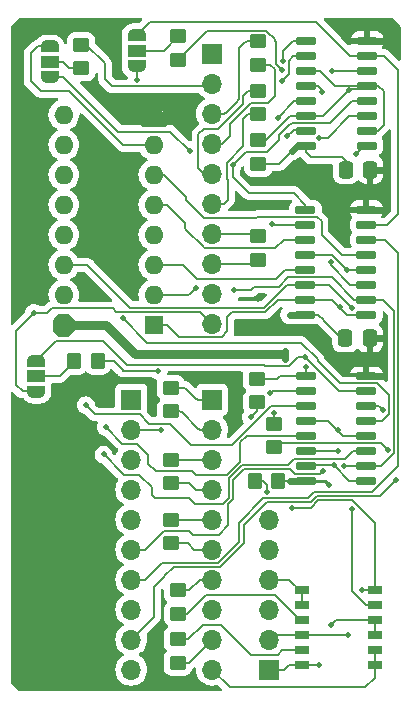
<source format=gbr>
%TF.GenerationSoftware,KiCad,Pcbnew,8.0.5*%
%TF.CreationDate,2024-11-12T16:02:29-04:00*%
%TF.ProjectId,RAMAUXB_V2_Github,52414d41-5558-4425-9f56-325f47697468,rev?*%
%TF.SameCoordinates,Original*%
%TF.FileFunction,Copper,L1,Top*%
%TF.FilePolarity,Positive*%
%FSLAX46Y46*%
G04 Gerber Fmt 4.6, Leading zero omitted, Abs format (unit mm)*
G04 Created by KiCad (PCBNEW 8.0.5) date 2024-11-12 16:02:29*
%MOMM*%
%LPD*%
G01*
G04 APERTURE LIST*
G04 Aperture macros list*
%AMRoundRect*
0 Rectangle with rounded corners*
0 $1 Rounding radius*
0 $2 $3 $4 $5 $6 $7 $8 $9 X,Y pos of 4 corners*
0 Add a 4 corners polygon primitive as box body*
4,1,4,$2,$3,$4,$5,$6,$7,$8,$9,$2,$3,0*
0 Add four circle primitives for the rounded corners*
1,1,$1+$1,$2,$3*
1,1,$1+$1,$4,$5*
1,1,$1+$1,$6,$7*
1,1,$1+$1,$8,$9*
0 Add four rect primitives between the rounded corners*
20,1,$1+$1,$2,$3,$4,$5,0*
20,1,$1+$1,$4,$5,$6,$7,0*
20,1,$1+$1,$6,$7,$8,$9,0*
20,1,$1+$1,$8,$9,$2,$3,0*%
%AMFreePoly0*
4,1,19,0.550000,-0.750000,0.000000,-0.750000,0.000000,-0.744911,-0.071157,-0.744911,-0.207708,-0.704816,-0.327430,-0.627875,-0.420627,-0.520320,-0.479746,-0.390866,-0.500000,-0.250000,-0.500000,0.250000,-0.479746,0.390866,-0.420627,0.520320,-0.327430,0.627875,-0.207708,0.704816,-0.071157,0.744911,0.000000,0.744911,0.000000,0.750000,0.550000,0.750000,0.550000,-0.750000,0.550000,-0.750000,
$1*%
%AMFreePoly1*
4,1,19,0.000000,0.744911,0.071157,0.744911,0.207708,0.704816,0.327430,0.627875,0.420627,0.520320,0.479746,0.390866,0.500000,0.250000,0.500000,-0.250000,0.479746,-0.390866,0.420627,-0.520320,0.327430,-0.627875,0.207708,-0.704816,0.071157,-0.744911,0.000000,-0.744911,0.000000,-0.750000,-0.550000,-0.750000,-0.550000,0.750000,0.000000,0.750000,0.000000,0.744911,0.000000,0.744911,
$1*%
G04 Aperture macros list end*
%TA.AperFunction,SMDPad,CuDef*%
%ADD10RoundRect,0.250000X-0.450000X0.350000X-0.450000X-0.350000X0.450000X-0.350000X0.450000X0.350000X0*%
%TD*%
%TA.AperFunction,SMDPad,CuDef*%
%ADD11RoundRect,0.250000X0.450000X-0.350000X0.450000X0.350000X-0.450000X0.350000X-0.450000X-0.350000X0*%
%TD*%
%TA.AperFunction,SMDPad,CuDef*%
%ADD12RoundRect,0.250000X-0.337500X-0.475000X0.337500X-0.475000X0.337500X0.475000X-0.337500X0.475000X0*%
%TD*%
%TA.AperFunction,SMDPad,CuDef*%
%ADD13FreePoly0,270.000000*%
%TD*%
%TA.AperFunction,SMDPad,CuDef*%
%ADD14R,1.500000X1.000000*%
%TD*%
%TA.AperFunction,SMDPad,CuDef*%
%ADD15FreePoly1,270.000000*%
%TD*%
%TA.AperFunction,SMDPad,CuDef*%
%ADD16RoundRect,0.150000X0.725000X0.150000X-0.725000X0.150000X-0.725000X-0.150000X0.725000X-0.150000X0*%
%TD*%
%TA.AperFunction,SMDPad,CuDef*%
%ADD17FreePoly0,90.000000*%
%TD*%
%TA.AperFunction,SMDPad,CuDef*%
%ADD18FreePoly1,90.000000*%
%TD*%
%TA.AperFunction,SMDPad,CuDef*%
%ADD19RoundRect,0.250000X0.350000X0.450000X-0.350000X0.450000X-0.350000X-0.450000X0.350000X-0.450000X0*%
%TD*%
%TA.AperFunction,ComponentPad*%
%ADD20R,1.600000X1.600000*%
%TD*%
%TA.AperFunction,ComponentPad*%
%ADD21O,1.600000X1.600000*%
%TD*%
%TA.AperFunction,SMDPad,CuDef*%
%ADD22R,1.250000X0.760000*%
%TD*%
%TA.AperFunction,ComponentPad*%
%ADD23R,1.700000X1.700000*%
%TD*%
%TA.AperFunction,ComponentPad*%
%ADD24O,1.700000X1.700000*%
%TD*%
%TA.AperFunction,ViaPad*%
%ADD25C,0.500000*%
%TD*%
%TA.AperFunction,Conductor*%
%ADD26C,0.600000*%
%TD*%
%TA.AperFunction,Conductor*%
%ADD27C,0.200000*%
%TD*%
%TA.AperFunction,Conductor*%
%ADD28C,0.150000*%
%TD*%
%TA.AperFunction,Conductor*%
%ADD29C,0.250000*%
%TD*%
%TA.AperFunction,Conductor*%
%ADD30C,0.800000*%
%TD*%
G04 APERTURE END LIST*
D10*
%TO.P,R8,1*%
%TO.N,RA6*%
X91050000Y-131010000D03*
%TO.P,R8,2*%
%TO.N,RA6F*%
X91050000Y-133010000D03*
%TD*%
D11*
%TO.P,R13,1*%
%TO.N,~{CAS1F}*%
X91640000Y-143140000D03*
%TO.P,R13,2*%
%TO.N,Net-(R13-Pad2)*%
X91640000Y-141140000D03*
%TD*%
D12*
%TO.P,C2,1*%
%TO.N,VCC*%
X105872500Y-101370000D03*
%TO.P,C2,2*%
%TO.N,GND*%
X107947500Y-101370000D03*
%TD*%
D10*
%TO.P,R2,1*%
%TO.N,RA4F*%
X98470000Y-90510000D03*
%TO.P,R2,2*%
%TO.N,RA4*%
X98470000Y-92510000D03*
%TD*%
D13*
%TO.P,JP1,1,A*%
%TO.N,RA0*%
X80795000Y-90945000D03*
D14*
%TO.P,JP1,2,C*%
%TO.N,Net-(JP1-C)*%
X80795000Y-92245000D03*
D15*
%TO.P,JP1,3,B*%
%TO.N,MRA0*%
X80795000Y-93545000D03*
%TD*%
D16*
%TO.P,U1,1,S*%
%TO.N,C2M*%
X107675000Y-99345000D03*
%TO.P,U1,2,I0a*%
%TO.N,PULLUP*%
X107675000Y-98075000D03*
%TO.P,U1,3,I1a*%
%TO.N,VA5*%
X107675000Y-96805000D03*
%TO.P,U1,4,Za*%
%TO.N,MRA0*%
X107675000Y-95535000D03*
%TO.P,U1,5,I0b*%
%TO.N,PULLUP*%
X107675000Y-94265000D03*
%TO.P,U1,6,I1b*%
%TO.N,VA13*%
X107675000Y-92995000D03*
%TO.P,U1,7,Zb*%
%TO.N,MRA8*%
X107675000Y-91725000D03*
%TO.P,U1,8,GND*%
%TO.N,GND*%
X107675000Y-90455000D03*
%TO.P,U1,9,Zd*%
%TO.N,Net-(U1-Zd)*%
X102525000Y-90455000D03*
%TO.P,U1,10,I1d*%
%TO.N,~{SNDPG2}*%
X102525000Y-91725000D03*
%TO.P,U1,11,I0d*%
%TO.N,PULLUP*%
X102525000Y-92995000D03*
%TO.P,U1,12,Zc*%
%TO.N,MRA1*%
X102525000Y-94265000D03*
%TO.P,U1,13,I1c*%
%TO.N,VA6*%
X102525000Y-95535000D03*
%TO.P,U1,14,I0c*%
%TO.N,PULLUP*%
X102525000Y-96805000D03*
%TO.P,U1,15,OE*%
%TO.N,~{DMA}*%
X102525000Y-98075000D03*
%TO.P,U1,16,VCC*%
%TO.N,VCC*%
X102525000Y-99345000D03*
%TD*%
D10*
%TO.P,R5,1*%
%TO.N,MSRA0F*%
X83452500Y-90805000D03*
%TO.P,R5,2*%
%TO.N,Net-(JP1-C)*%
X83452500Y-92805000D03*
%TD*%
D17*
%TO.P,JP2,1,A*%
%TO.N,RA8*%
X88150000Y-92595000D03*
D14*
%TO.P,JP2,2,C*%
%TO.N,Net-(JP2-C)*%
X88150000Y-91295000D03*
D18*
%TO.P,JP2,3,B*%
%TO.N,MRA8*%
X88150000Y-89995000D03*
%TD*%
D19*
%TO.P,R14,1*%
%TO.N,VCC*%
X100155000Y-127765000D03*
%TO.P,R14,2*%
%TO.N,~{MCAS1}*%
X98155000Y-127765000D03*
%TD*%
D10*
%TO.P,R3,1*%
%TO.N,RA2*%
X98470000Y-94680000D03*
%TO.P,R3,2*%
%TO.N,RA2F*%
X98470000Y-96680000D03*
%TD*%
%TO.P,R15,1*%
%TO.N,VCC*%
X99805000Y-122885000D03*
%TO.P,R15,2*%
%TO.N,~{MCAS0}*%
X99805000Y-124885000D03*
%TD*%
D16*
%TO.P,U3,1,OEa*%
%TO.N,DMA*%
X107605000Y-127740000D03*
%TO.P,U3,2,A1*%
%TO.N,VID\u005C~{u}*%
X107605000Y-126470000D03*
%TO.P,U3,3,I3a*%
%TO.N,VA1*%
X107605000Y-125200000D03*
%TO.P,U3,4,I2a*%
%TO.N,PULLUP*%
X107605000Y-123930000D03*
%TO.P,U3,5,I1a*%
%TO.N,A2*%
X107605000Y-122660000D03*
%TO.P,U3,6,I0a*%
%TO.N,A19*%
X107605000Y-121390000D03*
%TO.P,U3,7,Za*%
%TO.N,MRA1*%
X107605000Y-120120000D03*
%TO.P,U3,8,GND*%
%TO.N,GND*%
X107605000Y-118850000D03*
%TO.P,U3,9,Zb*%
%TO.N,Net-(U1-Zd)*%
X102455000Y-118850000D03*
%TO.P,U3,10,I0b*%
%TO.N,A20*%
X102455000Y-120120000D03*
%TO.P,U3,11,I1b*%
%TO.N,A10*%
X102455000Y-121390000D03*
%TO.P,U3,12,I2b*%
%TO.N,PULLUP*%
X102455000Y-122660000D03*
%TO.P,U3,13,I3b*%
%TO.N,VA9*%
X102455000Y-123930000D03*
%TO.P,U3,14,A0*%
%TO.N,C2M*%
X102455000Y-125200000D03*
%TO.P,U3,15,OEb*%
%TO.N,DMA*%
X102455000Y-126470000D03*
%TO.P,U3,16,VCC*%
%TO.N,VCC*%
X102455000Y-127740000D03*
%TD*%
D11*
%TO.P,R10,1*%
%TO.N,VCC*%
X98470000Y-100870000D03*
%TO.P,R10,2*%
%TO.N,PULLUP*%
X98470000Y-98870000D03*
%TD*%
D10*
%TO.P,R6,1*%
%TO.N,RA5*%
X91050000Y-119850000D03*
%TO.P,R6,2*%
%TO.N,RA5F*%
X91050000Y-121850000D03*
%TD*%
%TO.P,R4,1*%
%TO.N,RA3*%
X98470000Y-107030000D03*
%TO.P,R4,2*%
%TO.N,RA3F*%
X98470000Y-109030000D03*
%TD*%
D19*
%TO.P,R9,1*%
%TO.N,MSRA1F*%
X84845000Y-117545000D03*
%TO.P,R9,2*%
%TO.N,Net-(JP3-C)*%
X82845000Y-117545000D03*
%TD*%
D10*
%TO.P,R12,1*%
%TO.N,~{CAS0F}*%
X91650000Y-136975000D03*
%TO.P,R12,2*%
%TO.N,Net-(R12-Pad2)*%
X91650000Y-138975000D03*
%TD*%
D17*
%TO.P,JP3,1,A*%
%TO.N,RA1*%
X79675000Y-120180000D03*
D14*
%TO.P,JP3,2,C*%
%TO.N,Net-(JP3-C)*%
X79675000Y-118880000D03*
D18*
%TO.P,JP3,3,B*%
%TO.N,MRA1*%
X79675000Y-117580000D03*
%TD*%
D11*
%TO.P,R11,1*%
%TO.N,MRA9F*%
X98340000Y-121080000D03*
%TO.P,R11,2*%
%TO.N,Net-(U1-Zd)*%
X98340000Y-119080000D03*
%TD*%
D16*
%TO.P,U2,1,OEa*%
%TO.N,DMA*%
X107600000Y-113659600D03*
%TO.P,U2,2,A1*%
%TO.N,VID\u005C~{u}*%
X107600000Y-112389600D03*
%TO.P,U2,3,I3a*%
%TO.N,VA8*%
X107600000Y-111119600D03*
%TO.P,U2,4,I2a*%
%TO.N,PULLUP*%
X107600000Y-109849600D03*
%TO.P,U2,5,I1a*%
%TO.N,A9*%
X107600000Y-108579600D03*
%TO.P,U2,6,I0a*%
%TO.N,A17*%
X107600000Y-107309600D03*
%TO.P,U2,7,Za*%
%TO.N,MRA8*%
X107600000Y-106039600D03*
%TO.P,U2,8,GND*%
%TO.N,GND*%
X107600000Y-104769600D03*
%TO.P,U2,9,Zb*%
%TO.N,MRA0*%
X102450000Y-104769600D03*
%TO.P,U2,10,I0b*%
%TO.N,A18*%
X102450000Y-106039600D03*
%TO.P,U2,11,I1b*%
%TO.N,A1*%
X102450000Y-107309600D03*
%TO.P,U2,12,I2b*%
%TO.N,PULLUP*%
X102450000Y-108579600D03*
%TO.P,U2,13,I3b*%
%TO.N,VA0*%
X102450000Y-109849600D03*
%TO.P,U2,14,A0*%
%TO.N,C2M*%
X102450000Y-111119600D03*
%TO.P,U2,15,OEb*%
%TO.N,DMA*%
X102450000Y-112389600D03*
%TO.P,U2,16,VCC*%
%TO.N,VCC*%
X102450000Y-113659600D03*
%TD*%
D20*
%TO.P,J2,1*%
%TO.N,DMA*%
X89615000Y-114515000D03*
D21*
%TO.P,J2,2*%
%TO.N,VID\u005C~{u}*%
X89615000Y-111975000D03*
%TO.P,J2,3*%
%TO.N,VA0*%
X89615000Y-109435000D03*
%TO.P,J2,4*%
%TO.N,VA8*%
X89615000Y-106895000D03*
%TO.P,J2,5*%
%TO.N,A1*%
X89615000Y-104355000D03*
%TO.P,J2,6*%
%TO.N,A9*%
X89615000Y-101815000D03*
%TO.P,J2,7*%
%TO.N,RA0*%
X89615000Y-99275000D03*
%TO.P,J2,8*%
%TO.N,GND*%
X89615000Y-96735000D03*
%TO.P,J2,9*%
%TO.N,RA1*%
X81995000Y-96735000D03*
%TO.P,J2,10*%
%TO.N,A10*%
X81995000Y-99275000D03*
%TO.P,J2,11*%
%TO.N,A2*%
X81995000Y-101815000D03*
%TO.P,J2,12*%
%TO.N,VA9*%
X81995000Y-104355000D03*
%TO.P,J2,13*%
%TO.N,VA1*%
X81995000Y-106895000D03*
%TO.P,J2,14*%
%TO.N,C2M*%
X81995000Y-109435000D03*
%TO.P,J2,15*%
%TO.N,unconnected-(J2-Pad15)*%
X81995000Y-111975000D03*
%TO.P,J2,16*%
%TO.N,VCC*%
X81995000Y-114530000D03*
%TD*%
D11*
%TO.P,R1,1*%
%TO.N,MSRA8F*%
X91695000Y-92065000D03*
%TO.P,R1,2*%
%TO.N,Net-(JP2-C)*%
X91695000Y-90065000D03*
%TD*%
D10*
%TO.P,R7,1*%
%TO.N,RA7*%
X91050000Y-125925000D03*
%TO.P,R7,2*%
%TO.N,RA7F*%
X91050000Y-127925000D03*
%TD*%
D12*
%TO.P,C1,1*%
%TO.N,VCC*%
X105824770Y-115629814D03*
%TO.P,C1,2*%
%TO.N,GND*%
X107899770Y-115629814D03*
%TD*%
D22*
%TO.P,SWB1,1*%
%TO.N,~{CAS1}*%
X108320000Y-143280000D03*
%TO.P,SWB1,2*%
X108320000Y-142010000D03*
%TO.P,SWB1,3*%
%TO.N,~{CAS0}*%
X108320000Y-140740000D03*
%TO.P,SWB1,4*%
X108320000Y-139470000D03*
%TO.P,SWB1,5*%
%TO.N,C2M*%
X108320000Y-138200000D03*
%TO.P,SWB1,6*%
%TO.N,~{MCAS1}*%
X108320000Y-136930000D03*
%TO.P,SWB1,7*%
%TO.N,MC2M*%
X102170000Y-136930000D03*
%TO.P,SWB1,8*%
X102170000Y-138200000D03*
%TO.P,SWB1,9*%
%TO.N,Net-(R12-Pad2)*%
X102170000Y-139470000D03*
%TO.P,SWB1,10*%
%TO.N,~{MCAS0}*%
X102170000Y-140740000D03*
%TO.P,SWB1,11*%
%TO.N,Net-(R13-Pad2)*%
X102170000Y-142010000D03*
%TO.P,SWB1,12*%
%TO.N,~{MCAS1}*%
X102170000Y-143280000D03*
%TD*%
D23*
%TO.P,J4,1,Pin_1*%
%TO.N,~{MCAS1}*%
X99325000Y-143725000D03*
D24*
%TO.P,J4,2,Pin_2*%
%TO.N,~{MCAS0}*%
X99325000Y-141185000D03*
%TO.P,J4,3,Pin_3*%
%TO.N,VID\u005C~{u}*%
X99325000Y-138645000D03*
%TO.P,J4,4,Pin_4*%
%TO.N,MC2M*%
X99325000Y-136105000D03*
%TO.P,J4,5,Pin_5*%
%TO.N,MRA9F*%
X99325000Y-133565000D03*
%TO.P,J4,6,Pin_6*%
%TO.N,MSRA8F*%
X99325000Y-131025000D03*
%TD*%
D23*
%TO.P,J6,1,Pin_1*%
%TO.N,RA5*%
X94550000Y-120850000D03*
D24*
%TO.P,J6,2,Pin_2*%
%TO.N,RA5F*%
X94550000Y-123390000D03*
%TO.P,J6,3,Pin_3*%
%TO.N,RA7*%
X94550000Y-125930000D03*
%TO.P,J6,4,Pin_4*%
%TO.N,RA7F*%
X94550000Y-128470000D03*
%TO.P,J6,5,Pin_5*%
%TO.N,RA6*%
X94550000Y-131010000D03*
%TO.P,J6,6,Pin_6*%
%TO.N,RA6F*%
X94550000Y-133550000D03*
%TO.P,J6,7,Pin_7*%
%TO.N,~{CAS0F}*%
X94550000Y-136090000D03*
%TO.P,J6,8,Pin_8*%
%TO.N,~{CAS0}*%
X94550000Y-138630000D03*
%TO.P,J6,9,Pin_9*%
%TO.N,~{CAS1F}*%
X94550000Y-141170000D03*
%TO.P,J6,10,Pin_10*%
%TO.N,~{CAS1}*%
X94550000Y-143710000D03*
%TD*%
D23*
%TO.P,J3,1,Pin_1*%
%TO.N,~{SNDPG2}*%
X87700000Y-120855000D03*
D24*
%TO.P,J3,2,Pin_2*%
%TO.N,~{DMA}*%
X87700000Y-123395000D03*
%TO.P,J3,3,Pin_3*%
%TO.N,VA6*%
X87700000Y-125935000D03*
%TO.P,J3,4,Pin_4*%
%TO.N,VA13*%
X87700000Y-128475000D03*
%TO.P,J3,5,Pin_5*%
%TO.N,A18*%
X87700000Y-131015000D03*
%TO.P,J3,6,Pin_6*%
%TO.N,VA5*%
X87700000Y-133555000D03*
%TO.P,J3,7,Pin_7*%
%TO.N,A17*%
X87700000Y-136095000D03*
%TO.P,J3,8,Pin_8*%
%TO.N,A20*%
X87700000Y-138635000D03*
%TO.P,J3,9,Pin_9*%
%TO.N,A19*%
X87700000Y-141175000D03*
%TO.P,J3,10,Pin_10*%
%TO.N,RA8*%
X87700000Y-143715000D03*
%TD*%
D23*
%TO.P,J5,1,Pin_1*%
%TO.N,RA0*%
X94550000Y-91550000D03*
D24*
%TO.P,J5,2,Pin_2*%
%TO.N,MSRA0F*%
X94550000Y-94090000D03*
%TO.P,J5,3,Pin_3*%
%TO.N,RA4F*%
X94550000Y-96630000D03*
%TO.P,J5,4,Pin_4*%
%TO.N,RA4*%
X94550000Y-99170000D03*
%TO.P,J5,5,Pin_5*%
%TO.N,RA2*%
X94550000Y-101710000D03*
%TO.P,J5,6,Pin_6*%
%TO.N,RA2F*%
X94550000Y-104250000D03*
%TO.P,J5,7,Pin_7*%
%TO.N,RA3*%
X94550000Y-106790000D03*
%TO.P,J5,8,Pin_8*%
%TO.N,RA3F*%
X94550000Y-109330000D03*
%TO.P,J5,9,Pin_9*%
%TO.N,MSRA1F*%
X94550000Y-111870000D03*
%TO.P,J5,10,Pin_10*%
%TO.N,RA1*%
X94550000Y-114410000D03*
%TD*%
D25*
%TO.N,GND*%
X84290000Y-139920000D03*
X84150000Y-111480000D03*
X77930000Y-126196250D03*
X98400000Y-112300000D03*
X109200000Y-101370000D03*
X107660000Y-89100000D03*
X84850000Y-99870000D03*
X92390000Y-119040000D03*
X107900000Y-117470000D03*
X105930000Y-89990000D03*
X77930000Y-113793750D03*
X89490000Y-120750000D03*
X108940000Y-118830000D03*
X77930000Y-132397500D03*
X84290000Y-135010000D03*
X109780000Y-90470000D03*
X77930000Y-138598750D03*
X77930000Y-101391250D03*
X83720000Y-103330000D03*
X83800000Y-97810000D03*
X77930000Y-144772500D03*
X86340000Y-119050000D03*
X85620000Y-95860000D03*
X96620000Y-119100000D03*
X104790000Y-103280000D03*
X84140000Y-106030000D03*
X98780000Y-104350000D03*
X77930000Y-107592500D03*
X109100000Y-115629814D03*
X84140000Y-108340000D03*
X84290000Y-130100000D03*
X98450000Y-114890000D03*
X98770000Y-102300000D03*
X77930000Y-95190000D03*
X109180000Y-104780000D03*
%TO.N,RA1*%
X79470000Y-113500000D03*
%TO.N,MSRA8F*%
X100490000Y-92970000D03*
%TO.N,MRA0*%
X92668900Y-99838100D03*
X96295000Y-101000000D03*
%TO.N,VA5*%
X103930168Y-126876110D03*
X103630000Y-98710000D03*
%TO.N,DMA*%
X104840000Y-126405000D03*
X105335000Y-112985000D03*
%TO.N,A18*%
X99595000Y-106000000D03*
%TO.N,VA8*%
X104592911Y-109207089D03*
%TO.N,MRA1*%
X103830000Y-94780000D03*
X102425000Y-117232337D03*
%TO.N,VCC*%
X100740000Y-117410000D03*
X101150000Y-127740000D03*
X99780000Y-121970000D03*
X104430000Y-128070000D03*
X101300000Y-99800000D03*
X100740000Y-116710000D03*
X101118075Y-113650789D03*
%TO.N,~{CAS0}*%
X104580000Y-139910000D03*
%TO.N,VID\u005C~{u}*%
X105735000Y-126455000D03*
X96400000Y-111600000D03*
X93146500Y-111413400D03*
%TO.N,C2M*%
X106730000Y-100090000D03*
X105200000Y-125160000D03*
X106420000Y-130120000D03*
X106387089Y-113072911D03*
%TO.N,VA13*%
X104715000Y-93047600D03*
%TO.N,~{DMA}*%
X100885500Y-98551700D03*
X90197000Y-123390000D03*
%TO.N,MSRA1F*%
X90000000Y-118400000D03*
%TO.N,Net-(U1-Zd)*%
X100510000Y-92190000D03*
X102455000Y-118070000D03*
%TO.N,~{SNDPG2}*%
X100480000Y-93850000D03*
%TO.N,VA6*%
X100090600Y-96995600D03*
%TO.N,A10*%
X83860000Y-121330000D03*
%TO.N,A19*%
X110100000Y-127660000D03*
X108977577Y-121697577D03*
%TO.N,A2*%
X86970000Y-113950000D03*
%TO.N,A20*%
X99480000Y-120250000D03*
%TO.N,VA1*%
X85349400Y-125495200D03*
%TO.N,VA9*%
X85551800Y-123178800D03*
%TO.N,MRA9F*%
X97800000Y-122340000D03*
%TO.N,PULLUP*%
X105200000Y-123400000D03*
X106165000Y-94610000D03*
X106000000Y-109900000D03*
%TO.N,~{MCAS1}*%
X99214695Y-128645914D03*
X101310000Y-130010000D03*
X107240000Y-136960000D03*
X103560000Y-143360000D03*
%TO.N,~{MCAS0}*%
X106055000Y-140780000D03*
X109415000Y-125080000D03*
%TO.N,RA8*%
X88150000Y-93760000D03*
%TD*%
D26*
%TO.N,GND*%
X89615000Y-96735000D02*
X89615000Y-97435000D01*
X89170000Y-95710000D02*
X90070000Y-95710000D01*
X88450000Y-97180000D02*
X89170000Y-97180000D01*
X88455000Y-96735000D02*
X88450000Y-96730000D01*
X88450000Y-96430000D02*
X89170000Y-95710000D01*
X90055000Y-97435000D02*
X90440000Y-97050000D01*
X107899770Y-115629814D02*
X109100000Y-115629814D01*
X89170000Y-97180000D02*
X89615000Y-96735000D01*
X109170000Y-104770000D02*
X109180000Y-104780000D01*
X90760000Y-96400000D02*
X90760000Y-96730000D01*
D27*
X109180000Y-104780000D02*
X109190000Y-104770000D01*
D26*
X89610000Y-96730000D02*
X90760000Y-96730000D01*
X89615000Y-97435000D02*
X90055000Y-97435000D01*
X88450000Y-96730000D02*
X88450000Y-96430000D01*
X90505000Y-97435000D02*
X90760000Y-97180000D01*
X89615000Y-97435000D02*
X90505000Y-97435000D01*
X88705000Y-97435000D02*
X88450000Y-97180000D01*
X107000000Y-104770000D02*
X109170000Y-104770000D01*
X109765000Y-90455000D02*
X109780000Y-90470000D01*
X107675000Y-90455000D02*
X109765000Y-90455000D01*
X89615000Y-97435000D02*
X88705000Y-97435000D01*
X108920000Y-118850000D02*
X108940000Y-118830000D01*
X109200000Y-101370000D02*
X107948000Y-101370000D01*
X90755000Y-96735000D02*
X88455000Y-96735000D01*
X90070000Y-95710000D02*
X90760000Y-96400000D01*
X90760000Y-97180000D02*
X90760000Y-96730000D01*
X107605000Y-118850000D02*
X108920000Y-118850000D01*
X88450000Y-97180000D02*
X88450000Y-96730000D01*
X89615000Y-96735000D02*
X89610000Y-96730000D01*
X90760000Y-96730000D02*
X90755000Y-96735000D01*
D28*
%TO.N,RA0*%
X80030000Y-94730000D02*
X82413553Y-94730000D01*
X79190000Y-91523553D02*
X79190000Y-93890000D01*
X86973553Y-99290000D02*
X89550000Y-99290000D01*
X79786053Y-90927500D02*
X79190000Y-91523553D01*
X79190000Y-93890000D02*
X80030000Y-94730000D01*
X82413553Y-94730000D02*
X86973553Y-99290000D01*
X80390000Y-90927500D02*
X79786053Y-90927500D01*
%TO.N,RA2*%
X97560000Y-94680000D02*
X97120000Y-95120000D01*
X93860000Y-97900000D02*
X93389600Y-98370400D01*
X97120000Y-95800000D02*
X95020000Y-97900000D01*
X98071900Y-94680000D02*
X97560000Y-94680000D01*
X97120000Y-95120000D02*
X97120000Y-95800000D01*
X93389600Y-101209600D02*
X93890000Y-101710000D01*
X93389600Y-98370400D02*
X93389600Y-101209600D01*
X93890000Y-101710000D02*
X94550000Y-101710000D01*
X95020000Y-97900000D02*
X93860000Y-97900000D01*
%TO.N,RA3*%
X94550000Y-106790000D02*
X98230000Y-106790000D01*
%TO.N,RA4*%
X94550000Y-99170000D02*
X95370000Y-99170000D01*
X96030000Y-97550000D02*
X97870000Y-95710000D01*
X95370000Y-99170000D02*
X96030000Y-98510000D01*
X97870000Y-95710000D02*
X99280000Y-95710000D01*
X99470000Y-92510000D02*
X99090000Y-92510000D01*
X99850000Y-92890000D02*
X99470000Y-92510000D01*
X99280000Y-95710000D02*
X99850000Y-95140000D01*
X99850000Y-95140000D02*
X99850000Y-92890000D01*
X96030000Y-98510000D02*
X96030000Y-97550000D01*
%TO.N,RA1*%
X86400000Y-113400000D02*
X93540000Y-113400000D01*
X78495000Y-120155000D02*
X79205000Y-120155000D01*
X77940000Y-119600000D02*
X78495000Y-120155000D01*
X80960000Y-113130000D02*
X86130000Y-113130000D01*
X79470000Y-113500000D02*
X79470000Y-113510000D01*
X93540000Y-113400000D02*
X94550000Y-114410000D01*
X80590000Y-113500000D02*
X80960000Y-113130000D01*
X82000000Y-96750000D02*
X81243553Y-96750000D01*
X79470000Y-113510000D02*
X77940000Y-115040000D01*
X77940000Y-115040000D02*
X77940000Y-119600000D01*
X86130000Y-113130000D02*
X86400000Y-113400000D01*
X79470000Y-113500000D02*
X80590000Y-113500000D01*
%TO.N,RA5*%
X93176776Y-120776776D02*
X92323223Y-119923223D01*
X94550000Y-120850000D02*
X93353553Y-120850000D01*
X92146447Y-119850000D02*
X91050000Y-119850000D01*
X92323223Y-119923223D02*
G75*
G03*
X92146447Y-119849967I-176823J-176777D01*
G01*
X93176776Y-120776776D02*
G75*
G03*
X93353553Y-120850033I176824J176776D01*
G01*
%TO.N,RA6*%
X91050000Y-131010000D02*
X94550000Y-131010000D01*
%TO.N,RA7*%
X93143553Y-125930000D02*
X94550000Y-125930000D01*
X93138553Y-125925000D02*
X93143553Y-125930000D01*
X91050000Y-125925000D02*
X93138553Y-125925000D01*
%TO.N,MSRA8F*%
X99918310Y-92398310D02*
X100490000Y-92970000D01*
X91905000Y-91855000D02*
X94124400Y-89635600D01*
X99871840Y-90387026D02*
X99908090Y-90451577D01*
X99908090Y-90451577D02*
X99918310Y-90487163D01*
X99019047Y-89635600D02*
X99068443Y-89637257D01*
X99195823Y-89708823D02*
X99846776Y-90359776D01*
X99846776Y-90359776D02*
X99871840Y-90387026D01*
X99159710Y-89675078D02*
X99195823Y-89708823D01*
X94124400Y-89635600D02*
X99019047Y-89635600D01*
X99325000Y-131025000D02*
X99350000Y-131000000D01*
X99068443Y-89637257D02*
X99159710Y-89675078D01*
X99918310Y-90487163D02*
X99918310Y-92398310D01*
%TO.N,MRA0*%
X86595700Y-98160000D02*
X82036423Y-93600723D01*
X99230000Y-99860000D02*
X100240000Y-98850000D01*
X92668900Y-99838100D02*
X90990800Y-98160000D01*
X97435000Y-99860000D02*
X99230000Y-99860000D01*
X90990800Y-98160000D02*
X86595700Y-98160000D01*
X97635700Y-103335700D02*
X101435700Y-103335700D01*
X96295000Y-101995000D02*
X97635700Y-103335700D01*
X103372147Y-97440000D02*
X104510000Y-97440000D01*
X101347553Y-97440000D02*
X103372147Y-97440000D01*
X81859647Y-93527500D02*
X80390000Y-93527500D01*
X100240000Y-98444000D02*
X101170777Y-97513223D01*
X104510000Y-97440000D02*
X106415000Y-95535000D01*
X96295000Y-101000000D02*
X97435000Y-99860000D01*
X102450000Y-104350000D02*
X102450000Y-104769600D01*
X101435700Y-103335700D02*
X102450000Y-104350000D01*
X100240000Y-98850000D02*
X100240000Y-98444000D01*
X96295000Y-101000000D02*
X96295000Y-101995000D01*
X106415000Y-95535000D02*
X107675000Y-95535000D01*
X82036423Y-93600723D02*
G75*
G03*
X81859647Y-93527467I-176823J-176777D01*
G01*
X101170777Y-97513223D02*
G75*
G02*
X101347553Y-97439967I176823J-176777D01*
G01*
%TO.N,VA5*%
X90430000Y-132010000D02*
X92630000Y-132010000D01*
X101120000Y-126700000D02*
X97236690Y-126700000D01*
X95930000Y-129686690D02*
X96320000Y-129296690D01*
X96316689Y-127620001D02*
X96316689Y-128466619D01*
X106348553Y-96805000D02*
X107675000Y-96805000D01*
X95930000Y-131470000D02*
X95930000Y-129686690D01*
X87700000Y-133555000D02*
X88895000Y-133555000D01*
X92630000Y-132010000D02*
X92910000Y-132290000D01*
X92910000Y-132290000D02*
X95110000Y-132290000D01*
X97236690Y-126700000D02*
X96316689Y-127620001D01*
X96320000Y-129296690D02*
X96320000Y-128760000D01*
X89150000Y-133300000D02*
X89150000Y-133290000D01*
X104340000Y-98710000D02*
X106171777Y-96878223D01*
X96316689Y-128466619D02*
X96316690Y-128740000D01*
X103930168Y-126876110D02*
X103686278Y-127120000D01*
X103630000Y-98710000D02*
X104340000Y-98710000D01*
X89150000Y-133290000D02*
X90430000Y-132010000D01*
X88895000Y-133555000D02*
X89150000Y-133300000D01*
X101540000Y-127120000D02*
X101120000Y-126700000D01*
X95110000Y-132290000D02*
X95930000Y-131470000D01*
X103686278Y-127120000D02*
X101540000Y-127120000D01*
X106171777Y-96878223D02*
G75*
G02*
X106348553Y-96804967I176823J-176777D01*
G01*
%TO.N,MC2M*%
X101065000Y-136105000D02*
X102135000Y-137175000D01*
X102135000Y-137175000D02*
X102135000Y-138240000D01*
X99325000Y-136105000D02*
X101065000Y-136105000D01*
%TO.N,A1*%
X98944747Y-108024600D02*
X99875400Y-108024600D01*
X89550000Y-104370000D02*
X90666447Y-104370000D01*
X92260000Y-105963553D02*
X92260000Y-106286447D01*
X100590400Y-107309600D02*
X102450000Y-107309600D01*
X92333224Y-106463224D02*
X93826777Y-107956777D01*
X99875400Y-108024600D02*
X100590400Y-107309600D01*
X98939347Y-108030000D02*
X98944747Y-108024600D01*
X94003553Y-108030000D02*
X98939347Y-108030000D01*
X90843224Y-104443224D02*
X92186777Y-105786777D01*
X90666447Y-104370000D02*
G75*
G02*
X90843201Y-104443247I-47J-250000D01*
G01*
X92186777Y-105786777D02*
G75*
G02*
X92260033Y-105963553I-176777J-176823D01*
G01*
X93826777Y-107956777D02*
G75*
G03*
X94003553Y-108030033I176823J176777D01*
G01*
X92260000Y-106286447D02*
G75*
G03*
X92333247Y-106463201I250000J47D01*
G01*
%TO.N,DMA*%
X100084417Y-112389600D02*
X102450000Y-112389600D01*
X95840000Y-115030000D02*
X95840000Y-113880000D01*
X104669600Y-112389600D02*
X102450000Y-112389600D01*
X99005983Y-113468034D02*
X100084417Y-112389600D01*
X95840000Y-113880000D02*
X96251966Y-113468034D01*
X104840000Y-126405000D02*
X106175000Y-127740000D01*
X91740253Y-115510000D02*
X94087294Y-115510000D01*
X104806110Y-126371110D02*
X102553890Y-126371110D01*
X90553147Y-114530000D02*
X90602537Y-114531690D01*
X89550000Y-114530000D02*
X90553147Y-114530000D01*
X90761943Y-114531690D02*
X91740253Y-115510000D01*
X104840000Y-126405000D02*
X104806110Y-126371110D01*
X96251966Y-113468034D02*
X99005983Y-113468034D01*
X95355000Y-115515000D02*
X95840000Y-115030000D01*
X102553890Y-126371110D02*
X102455000Y-126470000D01*
X107600000Y-113659600D02*
X105939600Y-113659600D01*
X94087294Y-115510000D02*
X94092294Y-115515000D01*
X105939600Y-113659600D02*
X104669600Y-112389600D01*
X106175000Y-127740000D02*
X107605000Y-127740000D01*
X90602537Y-114531690D02*
X90761943Y-114531690D01*
X94092294Y-115515000D02*
X95355000Y-115515000D01*
%TO.N,VA0*%
X99971814Y-110600000D02*
X100722214Y-109849600D01*
X89550000Y-109450000D02*
X92074916Y-109450000D01*
X92074916Y-109450000D02*
X93224916Y-110600000D01*
X100722214Y-109849600D02*
X102450000Y-109849600D01*
X93224916Y-110600000D02*
X99971814Y-110600000D01*
%TO.N,A18*%
X100188708Y-106039600D02*
X102450000Y-106039600D01*
X100188308Y-106040000D02*
X100188708Y-106039600D01*
X99595000Y-106000000D02*
X99635000Y-106040000D01*
X99635000Y-106040000D02*
X100188308Y-106040000D01*
%TO.N,VA8*%
X104592911Y-109207089D02*
X104592911Y-109462911D01*
X106249600Y-111119600D02*
X107600000Y-111119600D01*
X104592911Y-109462911D02*
X106249600Y-111119600D01*
%TO.N,A9*%
X98391402Y-105395045D02*
X98296447Y-105490000D01*
X103810000Y-105740000D02*
X103465045Y-105395045D01*
X90450000Y-101830000D02*
X89550000Y-101830000D01*
X92320000Y-103700000D02*
X90450000Y-101830000D01*
X103810000Y-106880000D02*
X103810000Y-105740000D01*
X93890000Y-105490000D02*
X92320000Y-103920000D01*
X103465045Y-105395045D02*
X98391402Y-105395045D01*
X98296447Y-105490000D02*
X93890000Y-105490000D01*
X92320000Y-103920000D02*
X92320000Y-103700000D01*
X105509600Y-108579600D02*
X103810000Y-106880000D01*
X107600000Y-108579600D02*
X105509600Y-108579600D01*
%TO.N,A17*%
X87700000Y-136095000D02*
X88835000Y-136095000D01*
X103160000Y-128680000D02*
X108120000Y-128680000D01*
X96800000Y-132890000D02*
X96800000Y-131263310D01*
X90275000Y-134655000D02*
X95035000Y-134655000D01*
X95035000Y-134655000D02*
X96800000Y-132890000D01*
X88835000Y-136095000D02*
X90275000Y-134655000D01*
X100163380Y-129160000D02*
X102680000Y-129160000D01*
X109209600Y-107309600D02*
X107600000Y-107309600D01*
X110300000Y-108400000D02*
X109209600Y-107309600D01*
X108120000Y-128680000D02*
X110300000Y-126500000D01*
X110300000Y-126500000D02*
X110300000Y-108400000D01*
X96800000Y-131263310D02*
X98883310Y-129180000D01*
X102680000Y-129160000D02*
X103160000Y-128680000D01*
X100143380Y-129180000D02*
X100163380Y-129160000D01*
X98883310Y-129180000D02*
X100143380Y-129180000D01*
%TO.N,RA5F*%
X94550000Y-123390000D02*
X93546853Y-123390000D01*
X93370076Y-123316776D02*
X91976523Y-121923223D01*
X91799747Y-121850000D02*
X91050000Y-121850000D01*
X91976523Y-121923223D02*
G75*
G03*
X91799747Y-121849967I-176823J-176777D01*
G01*
X93546853Y-123390000D02*
G75*
G02*
X93370099Y-123316753I47J250000D01*
G01*
%TO.N,RA2F*%
X97190000Y-97073553D02*
X97190000Y-99390822D01*
X97583553Y-96680000D02*
X97190000Y-97073553D01*
X95880000Y-102223300D02*
X95880000Y-103940000D01*
X98470000Y-96680000D02*
X97583553Y-96680000D01*
X95790000Y-100790822D02*
X95790000Y-102133300D01*
X95880000Y-103940000D02*
X95570000Y-104250000D01*
X95570000Y-104250000D02*
X94550000Y-104250000D01*
X95146447Y-104250000D02*
X94550000Y-104250000D01*
X95790000Y-102133300D02*
X95880000Y-102223300D01*
X97190000Y-99390822D02*
X95790000Y-100790822D01*
%TO.N,RA7F*%
X92595000Y-127925000D02*
X93140000Y-128470000D01*
X93140000Y-128470000D02*
X94550000Y-128470000D01*
X91050000Y-127925000D02*
X92595000Y-127925000D01*
%TO.N,RA6F*%
X91050000Y-133010000D02*
X92480000Y-133010000D01*
X92480000Y-133010000D02*
X93020000Y-133550000D01*
X93020000Y-133550000D02*
X94550000Y-133550000D01*
%TO.N,RA3F*%
X94550000Y-109330000D02*
X98170000Y-109330000D01*
%TO.N,RA4F*%
X97533553Y-90510000D02*
X98470000Y-90510000D01*
X96863224Y-91076776D02*
X97356777Y-90583223D01*
X94550000Y-96630000D02*
X95526447Y-96630000D01*
X96790000Y-95366447D02*
X96790000Y-91253553D01*
X95703224Y-96556776D02*
X96716777Y-95543223D01*
X95526447Y-96630000D02*
G75*
G03*
X95703201Y-96556753I-47J250000D01*
G01*
X96790000Y-95366447D02*
G75*
G02*
X96716754Y-95543200I-250000J47D01*
G01*
X96863224Y-91076776D02*
G75*
G03*
X96789967Y-91253553I176776J-176824D01*
G01*
X97533553Y-90510000D02*
G75*
G03*
X97356800Y-90583246I47J-250000D01*
G01*
%TO.N,MRA1*%
X87300000Y-117890000D02*
X85290000Y-115880000D01*
X102425000Y-117232337D02*
X101847663Y-117232337D01*
X103830000Y-94610000D02*
X103485000Y-94265000D01*
X101847663Y-117232337D02*
X101085000Y-117995000D01*
X103830000Y-94780000D02*
X103830000Y-94610000D01*
X105312663Y-120120000D02*
X107605000Y-120120000D01*
X102425000Y-117232337D02*
X105312663Y-120120000D01*
X81320000Y-115880000D02*
X79645000Y-117555000D01*
X101085000Y-117995000D02*
X99015000Y-117995000D01*
X85290000Y-115880000D02*
X81320000Y-115880000D01*
X98910000Y-117890000D02*
X87300000Y-117890000D01*
X103485000Y-94265000D02*
X102525000Y-94265000D01*
X99015000Y-117995000D02*
X98910000Y-117890000D01*
D27*
%TO.N,VCC*%
X102525000Y-99915000D02*
X102930000Y-100320000D01*
D26*
X81995000Y-114530000D02*
X81995000Y-115235000D01*
D29*
X104100000Y-127740000D02*
X102455000Y-127740000D01*
D27*
X104000000Y-114160000D02*
X104000000Y-114142957D01*
D26*
X81995000Y-115235000D02*
X82255000Y-115235000D01*
D27*
X102930000Y-100320000D02*
X105540000Y-100320000D01*
D26*
X81300000Y-114950000D02*
X81585000Y-115235000D01*
D27*
X103516643Y-113659600D02*
X102450000Y-113659600D01*
X105824770Y-115629814D02*
X105469814Y-115629814D01*
D26*
X81995000Y-114530000D02*
X81995000Y-113845000D01*
D30*
X85530000Y-114530000D02*
X87990000Y-116990000D01*
D26*
X81300000Y-114530000D02*
X81300000Y-114950000D01*
X82275000Y-113845000D02*
X82960000Y-114530000D01*
X100740000Y-116710000D02*
X100740000Y-117410000D01*
D27*
X101150000Y-127740000D02*
X100180000Y-127740000D01*
D30*
X87990000Y-116990000D02*
X100640000Y-116990000D01*
D27*
X99805000Y-121995000D02*
X99805000Y-122885000D01*
D26*
X101118075Y-113650789D02*
X101125914Y-113659600D01*
D27*
X98470000Y-100870000D02*
X100230000Y-100870000D01*
D29*
X104430000Y-128070000D02*
X104100000Y-127740000D01*
D26*
X82255000Y-115235000D02*
X82960000Y-114530000D01*
X81995000Y-114530000D02*
X81300000Y-114530000D01*
D27*
X100230000Y-100870000D02*
X101300000Y-99800000D01*
D26*
X100180000Y-127740000D02*
X100155000Y-127765000D01*
D27*
X104000000Y-114142957D02*
X103516643Y-113659600D01*
X105469814Y-115629814D02*
X104000000Y-114160000D01*
D26*
X81995000Y-113845000D02*
X82275000Y-113845000D01*
D27*
X99780000Y-121970000D02*
X99805000Y-121995000D01*
D26*
X101755000Y-99345000D02*
X101300000Y-99800000D01*
X101150000Y-127740000D02*
X102455000Y-127740000D01*
X102450000Y-113659600D02*
X101118075Y-113650789D01*
X81300000Y-114160000D02*
X81615000Y-113845000D01*
X81615000Y-113845000D02*
X81995000Y-113845000D01*
D27*
X105872000Y-100652000D02*
X105872000Y-101370000D01*
D26*
X82000000Y-114530000D02*
X82960000Y-114530000D01*
D27*
X102525000Y-99345000D02*
X102525000Y-99915000D01*
X105540000Y-100320000D02*
X105872000Y-100652000D01*
D30*
X82960000Y-114530000D02*
X85530000Y-114530000D01*
D26*
X81300000Y-114530000D02*
X81300000Y-114160000D01*
X81585000Y-115235000D02*
X81995000Y-115235000D01*
X102525000Y-99345000D02*
X101755000Y-99345000D01*
D28*
%TO.N,~{CAS0F}*%
X92595000Y-136975000D02*
X93480000Y-136090000D01*
X91650000Y-136975000D02*
X92595000Y-136975000D01*
X93480000Y-136090000D02*
X94550000Y-136090000D01*
%TO.N,~{CAS1F}*%
X92580000Y-143140000D02*
X91640000Y-143140000D01*
X94530000Y-141150000D02*
X94550000Y-141170000D01*
X94550000Y-141170000D02*
X92580000Y-143140000D01*
%TO.N,~{CAS0}*%
X104580000Y-139910000D02*
X105020000Y-139470000D01*
X108320000Y-139470000D02*
X108320000Y-140740000D01*
X105020000Y-139470000D02*
X108320000Y-139470000D01*
X94075000Y-139105000D02*
X94550000Y-138630000D01*
%TO.N,~{CAS1}*%
X96060000Y-145220000D02*
X94550000Y-143710000D01*
X107500000Y-145220000D02*
X96060000Y-145220000D01*
X108320000Y-144400000D02*
X107500000Y-145220000D01*
X108320000Y-142010000D02*
X108320000Y-144400000D01*
%TO.N,Net-(JP1-C)*%
X80390000Y-92227500D02*
X81723947Y-92227500D01*
X82481053Y-92777500D02*
X83690000Y-92777500D01*
X81900724Y-92300724D02*
X82304277Y-92704277D01*
X81723947Y-92227500D02*
G75*
G02*
X81900701Y-92300747I-47J-250000D01*
G01*
X82481053Y-92777500D02*
G75*
G02*
X82304300Y-92704254I47J250000D01*
G01*
%TO.N,VID\u005C~{u}*%
X109970000Y-125330000D02*
X109970000Y-113370000D01*
X96400000Y-111600000D02*
X97800000Y-111600000D01*
X98125000Y-111275000D02*
X100225000Y-111275000D01*
X107605000Y-126470000D02*
X108830000Y-126470000D01*
X92643124Y-111916776D02*
X93146500Y-111413400D01*
X101000000Y-110500000D02*
X104700000Y-110500000D01*
X97800000Y-111600000D02*
X98125000Y-111275000D01*
X89550000Y-111990000D02*
X92466347Y-111990000D01*
X106589600Y-112389600D02*
X107600000Y-112389600D01*
X100225000Y-111275000D02*
X101000000Y-110500000D01*
X105735000Y-126455000D02*
X105750000Y-126470000D01*
X109970000Y-113370000D02*
X108989600Y-112389600D01*
X105750000Y-126470000D02*
X107605000Y-126470000D01*
X108989600Y-112389600D02*
X107600000Y-112389600D01*
X104700000Y-110500000D02*
X106589600Y-112389600D01*
X108830000Y-126470000D02*
X109970000Y-125330000D01*
X92643124Y-111916776D02*
G75*
G02*
X92466347Y-111990033I-176824J176776D01*
G01*
%TO.N,C2M*%
X106410000Y-130130000D02*
X106410000Y-137020000D01*
X84063223Y-109523223D02*
X87610000Y-113070000D01*
X83886447Y-109450000D02*
X83935837Y-109451690D01*
X107455000Y-99345000D02*
X107675000Y-99345000D01*
X107590000Y-138200000D02*
X108320000Y-138200000D01*
X106387089Y-113072911D02*
X104433778Y-111119600D01*
X98937327Y-113070000D02*
X100887727Y-111119600D01*
X106730000Y-100070000D02*
X107455000Y-99345000D01*
X100887727Y-111119600D02*
X102450000Y-111119600D01*
X87610000Y-113070000D02*
X98937327Y-113070000D01*
X83935837Y-109451690D02*
X84027092Y-109489506D01*
X105160000Y-125200000D02*
X102455000Y-125200000D01*
X106420000Y-130120000D02*
X106410000Y-130130000D01*
X106410000Y-137020000D02*
X107590000Y-138200000D01*
X106730000Y-100090000D02*
X106730000Y-100070000D01*
X104433778Y-111119600D02*
X102450000Y-111119600D01*
X105200000Y-125160000D02*
X105160000Y-125200000D01*
X82000000Y-109450000D02*
X83886447Y-109450000D01*
X84027092Y-109489506D02*
X84063223Y-109523223D01*
%TO.N,VA13*%
X104715000Y-93047600D02*
X107622400Y-93047600D01*
%TO.N,~{DMA}*%
X101540753Y-98000000D02*
X102346447Y-98000000D01*
X102523224Y-98073224D02*
X102525000Y-98075000D01*
X100885500Y-98551700D02*
X101363977Y-98073223D01*
X90197000Y-123390000D02*
X90192000Y-123395000D01*
X90192000Y-123395000D02*
X87700000Y-123395000D01*
X102346447Y-98000000D02*
G75*
G02*
X102523201Y-98073247I-47J-250000D01*
G01*
X101540753Y-98000000D02*
G75*
G03*
X101364000Y-98073246I47J-250000D01*
G01*
%TO.N,MSRA0F*%
X83905000Y-90805000D02*
X85470000Y-92370000D01*
X94310000Y-94330000D02*
X94550000Y-94090000D01*
X85470000Y-92370000D02*
X85470000Y-93700000D01*
X86100000Y-94330000D02*
X94310000Y-94330000D01*
X83452500Y-90805000D02*
X83905000Y-90805000D01*
X85470000Y-93700000D02*
X86100000Y-94330000D01*
%TO.N,MSRA1F*%
X87025000Y-118372537D02*
X86197463Y-117545000D01*
X86197463Y-117545000D02*
X84845000Y-117545000D01*
X87025000Y-118400000D02*
X87025000Y-118372537D01*
X90000000Y-118400000D02*
X87025000Y-118400000D01*
%TO.N,Net-(U1-Zd)*%
X100510000Y-92190000D02*
X100510000Y-91493553D01*
X100000000Y-119100000D02*
X100251531Y-118848469D01*
X100583224Y-91316776D02*
X101371777Y-90528223D01*
X101548553Y-90455000D02*
X102525000Y-90455000D01*
X98340000Y-119080000D02*
X98360000Y-119100000D01*
X102453469Y-118848469D02*
X102455000Y-118850000D01*
X102455000Y-118070000D02*
X102455000Y-118850000D01*
X98360000Y-119100000D02*
X100000000Y-119100000D01*
X100251531Y-118848469D02*
X102453469Y-118848469D01*
X101371777Y-90528223D02*
G75*
G02*
X101548553Y-90454967I176823J-176777D01*
G01*
X100510000Y-91493553D02*
G75*
G02*
X100583247Y-91316799I250000J-47D01*
G01*
%TO.N,~{SNDPG2}*%
X101015000Y-93315000D02*
X101015000Y-92145000D01*
X100480000Y-93850000D02*
X101015000Y-93315000D01*
X102525000Y-91725000D02*
X101768553Y-91725000D01*
X102520000Y-91730000D02*
X102525000Y-91725000D01*
X101015000Y-92145000D02*
X101430000Y-91730000D01*
X101430000Y-91730000D02*
X102520000Y-91730000D01*
%TO.N,VA6*%
X101477976Y-95608224D02*
X100090600Y-96995600D01*
X102525000Y-95535000D02*
X101654753Y-95535000D01*
X101477976Y-95608224D02*
G75*
G02*
X101654753Y-95534967I176824J-176776D01*
G01*
%TO.N,A10*%
X99295000Y-121646106D02*
X99295000Y-121645000D01*
X99540000Y-121400000D02*
X102445000Y-121400000D01*
X97349999Y-123590001D02*
X99005000Y-121935000D01*
X97319999Y-123590001D02*
X97349999Y-123590001D01*
X96252718Y-124657282D02*
X97319999Y-123590001D01*
X92757282Y-124657282D02*
X96252718Y-124657282D01*
X89185000Y-122885000D02*
X90985000Y-122885000D01*
X88400000Y-122100000D02*
X89185000Y-122885000D01*
X90985000Y-122885000D02*
X92757282Y-124657282D01*
X84630000Y-122100000D02*
X88400000Y-122100000D01*
X102445000Y-121400000D02*
X102455000Y-121390000D01*
X99295000Y-121645000D02*
X99540000Y-121400000D01*
X99005000Y-121935000D02*
X99006106Y-121935000D01*
X83860000Y-121330000D02*
X84630000Y-122100000D01*
X99006106Y-121935000D02*
X99295000Y-121646106D01*
%TO.N,A19*%
X108977577Y-121697577D02*
X108743224Y-121463224D01*
X100006690Y-129510000D02*
X99230000Y-129510000D01*
X108760000Y-129010000D02*
X103430000Y-129010000D01*
X90497537Y-135822463D02*
X90497537Y-135832463D01*
X110100000Y-127670000D02*
X108760000Y-129010000D01*
X90497537Y-135832463D02*
X89625000Y-136705000D01*
X89625000Y-136705000D02*
X89625000Y-139250000D01*
X102940000Y-129500000D02*
X100290070Y-129500000D01*
X108566447Y-121390000D02*
X107605000Y-121390000D01*
X89625000Y-139250000D02*
X87700000Y-141175000D01*
X99230000Y-129510000D02*
X97260000Y-131480000D01*
X100290070Y-129500000D02*
X100280071Y-129509999D01*
X100280071Y-129509999D02*
X100006690Y-129510000D01*
X91335000Y-134985000D02*
X90497537Y-135822463D01*
X97260000Y-132966690D02*
X95241690Y-134985000D01*
X97260000Y-131480000D02*
X97260000Y-132966690D01*
X110100000Y-127660000D02*
X110100000Y-127670000D01*
X103430000Y-129010000D02*
X102940000Y-129500000D01*
X95241690Y-134985000D02*
X91335000Y-134985000D01*
X108743224Y-121463224D02*
G75*
G03*
X108566447Y-121389967I-176824J-176776D01*
G01*
%TO.N,A2*%
X107605000Y-122660000D02*
X106803553Y-122660000D01*
X105340000Y-119480000D02*
X108540000Y-119480000D01*
X89040000Y-116020000D02*
X102060000Y-116020000D01*
X103468969Y-117608969D02*
X105340000Y-119480000D01*
X108940000Y-122660000D02*
X107605000Y-122660000D01*
X103468969Y-117428969D02*
X103468969Y-117608969D01*
X109520000Y-120460000D02*
X109520000Y-122080000D01*
X109520000Y-122080000D02*
X108940000Y-122660000D01*
X102060000Y-116020000D02*
X103468969Y-117428969D01*
X86970000Y-113950000D02*
X89040000Y-116020000D01*
X108540000Y-119480000D02*
X109520000Y-120460000D01*
%TO.N,A20*%
X99610000Y-120120000D02*
X102455000Y-120120000D01*
X99480000Y-120250000D02*
X99610000Y-120120000D01*
%TO.N,VA1*%
X100930000Y-126370000D02*
X101450000Y-125850000D01*
X93100000Y-129700000D02*
X95450000Y-129700000D01*
X95450000Y-129700000D02*
X95990000Y-129160000D01*
X87113363Y-127203310D02*
X87162753Y-127205000D01*
X88372110Y-127244478D02*
X88408223Y-127278223D01*
X89420000Y-128930000D02*
X89710000Y-129220000D01*
X97100000Y-126370000D02*
X100930000Y-126370000D01*
X88280843Y-127206657D02*
X88372110Y-127244478D01*
X95990000Y-128880001D02*
X95986689Y-128876690D01*
X92620000Y-129220000D02*
X93100000Y-129700000D01*
X88408223Y-127278223D02*
X89420000Y-128290000D01*
X87022107Y-127165493D02*
X87113363Y-127203310D01*
X88231447Y-127205000D02*
X88280843Y-127206657D01*
X95990000Y-129160000D02*
X95990000Y-128880001D01*
X101450000Y-125850000D02*
X105830000Y-125850000D01*
X87162753Y-127205000D02*
X88231447Y-127205000D01*
X89710000Y-129220000D02*
X92620000Y-129220000D01*
X106480000Y-125200000D02*
X107605000Y-125200000D01*
X95986689Y-128876690D02*
X95986689Y-127483311D01*
X105830000Y-125850000D02*
X106480000Y-125200000D01*
X95986689Y-127483311D02*
X97100000Y-126370000D01*
X86985976Y-127131776D02*
X87022107Y-127165493D01*
X85349400Y-125495200D02*
X86985976Y-127131776D01*
X89420000Y-128290000D02*
X89420000Y-128930000D01*
%TO.N,VA9*%
X102445000Y-123920000D02*
X102455000Y-123930000D01*
X86939777Y-124566777D02*
X86975890Y-124600522D01*
X88126447Y-124640000D02*
X88175837Y-124641690D01*
X86975890Y-124600522D02*
X87067157Y-124638343D01*
X85551800Y-123178800D02*
X86939777Y-124566777D01*
X88175837Y-124641690D02*
X88191690Y-124641690D01*
X89100000Y-126260000D02*
X89770000Y-126930000D01*
X87067157Y-124638343D02*
X87116553Y-124640000D01*
X96900000Y-124476690D02*
X97456690Y-123920000D01*
X97456690Y-123920000D02*
X102445000Y-123920000D01*
X96900000Y-126103310D02*
X96900000Y-124476690D01*
X92880000Y-126930000D02*
X93140000Y-127190000D01*
X95813310Y-127190000D02*
X96900000Y-126103310D01*
X89100000Y-125550000D02*
X89100000Y-126260000D01*
X87116553Y-124640000D02*
X88126447Y-124640000D01*
X89770000Y-126930000D02*
X92880000Y-126930000D01*
X93140000Y-127190000D02*
X95813310Y-127190000D01*
X88191690Y-124641690D02*
X89100000Y-125550000D01*
%TO.N,MRA9F*%
X97800000Y-122340000D02*
X98340000Y-121800000D01*
X98340000Y-121800000D02*
X98340000Y-121080000D01*
%TO.N,Net-(JP2-C)*%
X90465000Y-91295000D02*
X88150000Y-91295000D01*
X91695000Y-90065000D02*
X90465000Y-91295000D01*
D27*
%TO.N,PULLUP*%
X99080000Y-98870000D02*
X101145000Y-96805000D01*
D28*
X103551447Y-92995000D02*
X102525000Y-92995000D01*
X105200000Y-123400000D02*
X105108647Y-123400000D01*
X106000000Y-109900000D02*
X104679600Y-108579600D01*
X108575000Y-98075000D02*
X109060000Y-97590000D01*
D27*
X103975000Y-96805000D02*
X102706914Y-96805000D01*
D28*
X109060000Y-94750000D02*
X108575000Y-94265000D01*
X104368647Y-122660000D02*
X102455000Y-122660000D01*
D27*
X98932800Y-98870000D02*
X98470000Y-98870000D01*
D28*
X104679600Y-108579600D02*
X102450000Y-108579600D01*
X107605000Y-123930000D02*
X105638647Y-123930000D01*
X105200000Y-123491353D02*
X105200000Y-123400000D01*
D27*
X101145000Y-96805000D02*
X102525000Y-96805000D01*
D28*
X106050400Y-109849600D02*
X106000000Y-109900000D01*
D27*
X106220000Y-94560000D02*
X103975000Y-96805000D01*
X106820000Y-94560000D02*
X106220000Y-94560000D01*
D28*
X104908155Y-94265000D02*
X103659713Y-93016558D01*
X105108647Y-123400000D02*
X104368647Y-122660000D01*
X107675000Y-94265000D02*
X104908155Y-94265000D01*
X105638647Y-123930000D02*
X105200000Y-123491353D01*
X107600000Y-109849600D02*
X106050400Y-109849600D01*
X109060000Y-97590000D02*
X109060000Y-94750000D01*
D27*
X98470000Y-98870000D02*
X99080000Y-98870000D01*
X107070000Y-94310000D02*
X106820000Y-94560000D01*
D28*
X107675000Y-98075000D02*
X108575000Y-98075000D01*
X108575000Y-94265000D02*
X107675000Y-94265000D01*
X107630000Y-94310000D02*
X107070000Y-94310000D01*
X103659713Y-93016558D02*
G75*
G03*
X103551447Y-92994990I-121113J-325442D01*
G01*
%TO.N,~{MCAS1}*%
X99160000Y-128700609D02*
X99160000Y-128760000D01*
X99214695Y-128084695D02*
X98895000Y-127765000D01*
X108340000Y-136720000D02*
X108340000Y-131270000D01*
X106430000Y-129360000D02*
X103546690Y-129360000D01*
X98895000Y-127765000D02*
X98155000Y-127765000D01*
X103560000Y-143360000D02*
X103520000Y-143320000D01*
X99310000Y-143710000D02*
X99325000Y-143725000D01*
X108340000Y-131270000D02*
X106430000Y-129360000D01*
X101060000Y-143320000D02*
X100655000Y-143725000D01*
X100655000Y-143725000D02*
X99325000Y-143725000D01*
X108090000Y-136970000D02*
X108340000Y-136720000D01*
X99214695Y-128645914D02*
X99160000Y-128700609D01*
X102896690Y-130010000D02*
X101310000Y-130010000D01*
X107240000Y-136960000D02*
X107250000Y-136970000D01*
X107250000Y-136970000D02*
X108090000Y-136970000D01*
X103546690Y-129360000D02*
X102896690Y-130010000D01*
X99214695Y-128645914D02*
X99214695Y-128084695D01*
X103520000Y-143320000D02*
X101060000Y-143320000D01*
%TO.N,~{MCAS0}*%
X108885000Y-124550000D02*
X100140000Y-124550000D01*
X100140000Y-124550000D02*
X99805000Y-124885000D01*
X106055000Y-140780000D02*
X99730000Y-140780000D01*
X99730000Y-140780000D02*
X99325000Y-141185000D01*
X109415000Y-125080000D02*
X108885000Y-124550000D01*
%TO.N,RA8*%
X88150000Y-93760000D02*
X88150000Y-93660000D01*
X88150000Y-92595000D02*
X88150000Y-93760000D01*
%TO.N,Net-(JP3-C)*%
X82910000Y-117610000D02*
X81665000Y-118855000D01*
X82785000Y-117485000D02*
X82910000Y-117610000D01*
X81665000Y-118855000D02*
X79645000Y-118855000D01*
%TO.N,MRA8*%
X109071447Y-91725000D02*
X107675000Y-91725000D01*
X106205000Y-91725000D02*
X107675000Y-91725000D01*
X107600000Y-106039600D02*
X109360400Y-106039600D01*
X109360400Y-106039600D02*
X110260000Y-105140000D01*
X89265000Y-88880000D02*
X103360000Y-88880000D01*
X103360000Y-88880000D02*
X106205000Y-91725000D01*
X110260000Y-92913553D02*
X109071447Y-91725000D01*
X110260000Y-105140000D02*
X110260000Y-92913553D01*
X88150000Y-89995000D02*
X89265000Y-88880000D01*
%TO.N,Net-(R12-Pad2)*%
X102000000Y-139510000D02*
X102135000Y-139510000D01*
X99850000Y-137360000D02*
X102000000Y-139510000D01*
X92385000Y-138975000D02*
X94000000Y-137360000D01*
X91650000Y-138975000D02*
X92385000Y-138975000D01*
X94000000Y-137360000D02*
X99850000Y-137360000D01*
%TO.N,Net-(R13-Pad2)*%
X102135000Y-142050000D02*
X100490000Y-142050000D01*
X100490000Y-142050000D02*
X100110000Y-142430000D01*
X95330000Y-139900000D02*
X93740000Y-139900000D01*
X100110000Y-142430000D02*
X97860000Y-142430000D01*
X92500000Y-141140000D02*
X91640000Y-141140000D01*
X93740000Y-139900000D02*
X92500000Y-141140000D01*
X97860000Y-142430000D02*
X95330000Y-139900000D01*
%TD*%
%TA.AperFunction,Conductor*%
%TO.N,GND*%
G36*
X86057614Y-118228079D02*
G01*
X86089939Y-118251356D01*
X86515425Y-118676842D01*
X86535128Y-118702519D01*
X86564485Y-118753365D01*
X86671635Y-118860515D01*
X86802865Y-118936281D01*
X86949234Y-118975500D01*
X89469550Y-118975500D01*
X89535522Y-118994506D01*
X89672309Y-119080456D01*
X89672313Y-119080457D01*
X89804594Y-119126745D01*
X89861370Y-119167466D01*
X89887117Y-119232419D01*
X89881345Y-119282789D01*
X89860001Y-119347200D01*
X89860000Y-119347204D01*
X89849500Y-119449983D01*
X89849500Y-120250001D01*
X89849501Y-120250019D01*
X89860000Y-120352796D01*
X89860001Y-120352799D01*
X89915185Y-120519331D01*
X89915187Y-120519336D01*
X89923158Y-120532259D01*
X90003883Y-120663136D01*
X90007289Y-120668657D01*
X90100951Y-120762319D01*
X90134436Y-120823642D01*
X90129452Y-120893334D01*
X90100951Y-120937681D01*
X90007289Y-121031342D01*
X89915187Y-121180663D01*
X89915185Y-121180668D01*
X89896423Y-121237289D01*
X89860001Y-121347203D01*
X89860001Y-121347204D01*
X89860000Y-121347204D01*
X89849500Y-121449983D01*
X89849500Y-121449991D01*
X89849500Y-121826098D01*
X89849501Y-122185500D01*
X89829817Y-122252539D01*
X89777013Y-122298294D01*
X89725501Y-122309500D01*
X89474742Y-122309500D01*
X89407703Y-122289815D01*
X89387061Y-122273181D01*
X89068458Y-121954578D01*
X89034973Y-121893255D01*
X89039956Y-121823567D01*
X89044091Y-121812483D01*
X89050500Y-121752873D01*
X89050499Y-119957128D01*
X89044214Y-119898657D01*
X89044091Y-119897516D01*
X88993797Y-119762671D01*
X88993793Y-119762664D01*
X88907547Y-119647455D01*
X88907544Y-119647452D01*
X88792335Y-119561206D01*
X88792328Y-119561202D01*
X88657482Y-119510908D01*
X88657483Y-119510908D01*
X88597883Y-119504501D01*
X88597881Y-119504500D01*
X88597873Y-119504500D01*
X88597864Y-119504500D01*
X86802129Y-119504500D01*
X86802123Y-119504501D01*
X86742516Y-119510908D01*
X86607671Y-119561202D01*
X86607664Y-119561206D01*
X86492455Y-119647452D01*
X86492452Y-119647455D01*
X86406206Y-119762664D01*
X86406202Y-119762671D01*
X86355908Y-119897517D01*
X86350037Y-119952128D01*
X86349500Y-119957127D01*
X86349500Y-120739523D01*
X86349501Y-121400500D01*
X86329816Y-121467539D01*
X86277013Y-121513294D01*
X86225501Y-121524500D01*
X84919742Y-121524500D01*
X84852703Y-121504815D01*
X84832061Y-121488181D01*
X84638484Y-121294604D01*
X84604999Y-121233281D01*
X84602946Y-121220821D01*
X84596313Y-121161941D01*
X84540456Y-121002310D01*
X84540453Y-121002305D01*
X84540452Y-121002302D01*
X84450481Y-120859115D01*
X84450476Y-120859109D01*
X84330890Y-120739523D01*
X84330884Y-120739518D01*
X84187697Y-120649547D01*
X84187694Y-120649545D01*
X84028056Y-120593685D01*
X83860003Y-120574751D01*
X83859997Y-120574751D01*
X83691943Y-120593685D01*
X83532305Y-120649545D01*
X83532302Y-120649547D01*
X83389115Y-120739518D01*
X83389109Y-120739523D01*
X83269523Y-120859109D01*
X83269518Y-120859115D01*
X83179547Y-121002302D01*
X83179545Y-121002305D01*
X83123685Y-121161943D01*
X83104751Y-121329997D01*
X83104751Y-121330002D01*
X83123685Y-121498056D01*
X83179545Y-121657694D01*
X83179547Y-121657697D01*
X83269518Y-121800884D01*
X83269523Y-121800890D01*
X83389109Y-121920476D01*
X83389115Y-121920481D01*
X83532302Y-122010452D01*
X83532308Y-122010455D01*
X83532310Y-122010456D01*
X83691941Y-122066313D01*
X83750806Y-122072945D01*
X83815219Y-122100010D01*
X83824604Y-122108484D01*
X84169485Y-122453365D01*
X84276635Y-122560515D01*
X84367301Y-122612861D01*
X84407865Y-122636281D01*
X84554233Y-122675500D01*
X84554234Y-122675500D01*
X84758568Y-122675500D01*
X84825607Y-122695185D01*
X84871362Y-122747989D01*
X84881306Y-122817147D01*
X84873025Y-122844321D01*
X84873644Y-122844538D01*
X84815485Y-123010743D01*
X84796551Y-123178797D01*
X84796551Y-123178802D01*
X84815485Y-123346856D01*
X84871345Y-123506494D01*
X84871347Y-123506497D01*
X84961318Y-123649684D01*
X84961323Y-123649690D01*
X85080909Y-123769276D01*
X85080915Y-123769281D01*
X85224102Y-123859252D01*
X85224108Y-123859255D01*
X85224110Y-123859256D01*
X85383741Y-123915113D01*
X85442606Y-123921745D01*
X85507019Y-123948810D01*
X85516404Y-123957284D01*
X86476225Y-124917105D01*
X86486068Y-124929492D01*
X86486339Y-124929270D01*
X86491495Y-124935538D01*
X86491497Y-124935540D01*
X86491498Y-124935541D01*
X86538225Y-124979204D01*
X86541215Y-124982095D01*
X86544282Y-124985162D01*
X86554988Y-124997371D01*
X86565373Y-125010909D01*
X86565377Y-125010912D01*
X86570053Y-125015590D01*
X86603529Y-125076918D01*
X86598535Y-125146609D01*
X86583934Y-125174382D01*
X86525963Y-125257173D01*
X86426097Y-125471335D01*
X86421101Y-125489982D01*
X86384734Y-125549642D01*
X86321886Y-125580169D01*
X86252511Y-125571872D01*
X86213646Y-125545566D01*
X86127884Y-125459804D01*
X86094399Y-125398481D01*
X86092346Y-125386021D01*
X86085713Y-125327141D01*
X86029856Y-125167510D01*
X86029853Y-125167505D01*
X86029852Y-125167502D01*
X85939881Y-125024315D01*
X85939876Y-125024309D01*
X85820290Y-124904723D01*
X85820284Y-124904718D01*
X85677097Y-124814747D01*
X85677094Y-124814745D01*
X85517456Y-124758885D01*
X85349403Y-124739951D01*
X85349397Y-124739951D01*
X85181343Y-124758885D01*
X85021705Y-124814745D01*
X85021702Y-124814747D01*
X84878515Y-124904718D01*
X84878509Y-124904723D01*
X84758923Y-125024309D01*
X84758918Y-125024315D01*
X84668947Y-125167502D01*
X84668945Y-125167505D01*
X84613085Y-125327143D01*
X84594151Y-125495197D01*
X84594151Y-125495202D01*
X84613085Y-125663256D01*
X84668945Y-125822894D01*
X84668947Y-125822897D01*
X84758918Y-125966084D01*
X84758923Y-125966090D01*
X84878509Y-126085676D01*
X84878515Y-126085681D01*
X85021702Y-126175652D01*
X85021708Y-126175655D01*
X85021710Y-126175656D01*
X85181341Y-126231513D01*
X85240206Y-126238145D01*
X85304619Y-126265210D01*
X85314004Y-126273684D01*
X86522589Y-127482269D01*
X86532530Y-127494769D01*
X86532777Y-127494567D01*
X86537937Y-127500831D01*
X86537941Y-127500837D01*
X86577414Y-127537673D01*
X86612996Y-127597798D01*
X86610423Y-127667620D01*
X86594389Y-127699450D01*
X86525964Y-127797172D01*
X86426097Y-128011335D01*
X86426094Y-128011344D01*
X86364938Y-128239586D01*
X86364936Y-128239596D01*
X86344341Y-128474999D01*
X86344341Y-128475000D01*
X86364936Y-128710403D01*
X86364938Y-128710413D01*
X86426094Y-128938655D01*
X86426096Y-128938659D01*
X86426097Y-128938663D01*
X86519696Y-129139387D01*
X86525965Y-129152830D01*
X86525967Y-129152834D01*
X86661501Y-129346395D01*
X86661506Y-129346402D01*
X86828597Y-129513493D01*
X86828603Y-129513498D01*
X87014158Y-129643425D01*
X87057783Y-129698002D01*
X87064977Y-129767500D01*
X87033454Y-129829855D01*
X87014158Y-129846575D01*
X86828597Y-129976505D01*
X86661505Y-130143597D01*
X86525965Y-130337169D01*
X86525964Y-130337171D01*
X86426098Y-130551335D01*
X86426094Y-130551344D01*
X86364938Y-130779586D01*
X86364936Y-130779596D01*
X86344341Y-131014999D01*
X86344341Y-131015000D01*
X86364936Y-131250403D01*
X86364938Y-131250413D01*
X86426094Y-131478655D01*
X86426096Y-131478659D01*
X86426097Y-131478663D01*
X86510091Y-131658789D01*
X86525965Y-131692830D01*
X86525967Y-131692834D01*
X86661501Y-131886395D01*
X86661506Y-131886402D01*
X86828597Y-132053493D01*
X86828603Y-132053498D01*
X87014158Y-132183425D01*
X87057783Y-132238002D01*
X87064977Y-132307500D01*
X87033454Y-132369855D01*
X87014158Y-132386575D01*
X86828597Y-132516505D01*
X86661505Y-132683597D01*
X86525965Y-132877169D01*
X86525964Y-132877171D01*
X86426098Y-133091335D01*
X86426094Y-133091344D01*
X86364938Y-133319586D01*
X86364936Y-133319596D01*
X86344341Y-133554999D01*
X86344341Y-133555000D01*
X86364936Y-133790403D01*
X86364938Y-133790413D01*
X86426094Y-134018655D01*
X86426096Y-134018659D01*
X86426097Y-134018663D01*
X86472752Y-134118715D01*
X86525965Y-134232830D01*
X86525967Y-134232834D01*
X86661501Y-134426395D01*
X86661506Y-134426402D01*
X86828597Y-134593493D01*
X86828603Y-134593498D01*
X87014158Y-134723425D01*
X87057783Y-134778002D01*
X87064977Y-134847500D01*
X87033454Y-134909855D01*
X87014158Y-134926575D01*
X86828597Y-135056505D01*
X86661505Y-135223597D01*
X86525965Y-135417169D01*
X86525964Y-135417171D01*
X86455296Y-135568719D01*
X86428430Y-135626335D01*
X86426098Y-135631335D01*
X86426094Y-135631344D01*
X86364938Y-135859586D01*
X86364936Y-135859596D01*
X86344341Y-136094999D01*
X86344341Y-136095000D01*
X86364936Y-136330403D01*
X86364938Y-136330413D01*
X86426094Y-136558655D01*
X86426096Y-136558659D01*
X86426097Y-136558663D01*
X86481359Y-136677172D01*
X86525965Y-136772830D01*
X86525967Y-136772834D01*
X86588445Y-136862061D01*
X86661501Y-136966396D01*
X86661506Y-136966402D01*
X86828597Y-137133493D01*
X86828603Y-137133498D01*
X87014158Y-137263425D01*
X87057783Y-137318002D01*
X87064977Y-137387500D01*
X87033454Y-137449855D01*
X87014158Y-137466575D01*
X86828597Y-137596505D01*
X86661505Y-137763597D01*
X86525965Y-137957169D01*
X86525964Y-137957171D01*
X86426098Y-138171335D01*
X86426094Y-138171344D01*
X86364938Y-138399586D01*
X86364936Y-138399596D01*
X86344341Y-138634999D01*
X86344341Y-138635000D01*
X86364936Y-138870403D01*
X86364938Y-138870413D01*
X86426094Y-139098655D01*
X86426096Y-139098659D01*
X86426097Y-139098663D01*
X86513948Y-139287060D01*
X86525965Y-139312830D01*
X86525967Y-139312834D01*
X86661501Y-139506395D01*
X86661506Y-139506402D01*
X86828597Y-139673493D01*
X86828603Y-139673498D01*
X87014158Y-139803425D01*
X87057783Y-139858002D01*
X87064977Y-139927500D01*
X87033454Y-139989855D01*
X87014158Y-140006575D01*
X86828597Y-140136505D01*
X86661505Y-140303597D01*
X86525965Y-140497169D01*
X86525964Y-140497171D01*
X86426098Y-140711335D01*
X86426094Y-140711344D01*
X86364938Y-140939586D01*
X86364936Y-140939596D01*
X86344341Y-141174999D01*
X86344341Y-141175000D01*
X86364936Y-141410403D01*
X86364938Y-141410413D01*
X86426094Y-141638655D01*
X86426096Y-141638659D01*
X86426097Y-141638663D01*
X86505683Y-141809336D01*
X86525965Y-141852830D01*
X86525967Y-141852834D01*
X86661501Y-142046395D01*
X86661506Y-142046402D01*
X86828597Y-142213493D01*
X86828603Y-142213498D01*
X87014158Y-142343425D01*
X87057783Y-142398002D01*
X87064977Y-142467500D01*
X87033454Y-142529855D01*
X87014158Y-142546575D01*
X86828597Y-142676505D01*
X86661505Y-142843597D01*
X86525965Y-143037169D01*
X86525964Y-143037171D01*
X86453794Y-143191941D01*
X86428430Y-143246335D01*
X86426098Y-143251335D01*
X86426094Y-143251344D01*
X86364938Y-143479586D01*
X86364936Y-143479596D01*
X86344341Y-143714999D01*
X86344341Y-143715000D01*
X86364936Y-143950403D01*
X86364938Y-143950413D01*
X86426094Y-144178655D01*
X86426096Y-144178659D01*
X86426097Y-144178663D01*
X86482911Y-144300500D01*
X86525965Y-144392830D01*
X86525967Y-144392834D01*
X86634281Y-144547521D01*
X86661505Y-144586401D01*
X86828599Y-144753495D01*
X86868343Y-144781324D01*
X87022165Y-144889032D01*
X87022167Y-144889033D01*
X87022170Y-144889035D01*
X87236337Y-144988903D01*
X87464592Y-145050063D01*
X87642851Y-145065659D01*
X87699999Y-145070659D01*
X87700000Y-145070659D01*
X87700001Y-145070659D01*
X87757149Y-145065659D01*
X87935408Y-145050063D01*
X88163663Y-144988903D01*
X88377830Y-144889035D01*
X88571401Y-144753495D01*
X88738495Y-144586401D01*
X88874035Y-144392830D01*
X88973903Y-144178663D01*
X89035063Y-143950408D01*
X89055659Y-143715000D01*
X89055221Y-143709999D01*
X89035063Y-143479596D01*
X89035063Y-143479592D01*
X88973903Y-143251337D01*
X88874035Y-143037171D01*
X88870632Y-143032310D01*
X88738494Y-142843597D01*
X88571402Y-142676506D01*
X88571396Y-142676501D01*
X88385842Y-142546575D01*
X88342217Y-142491998D01*
X88335023Y-142422500D01*
X88366546Y-142360145D01*
X88385842Y-142343425D01*
X88551141Y-142227681D01*
X88571401Y-142213495D01*
X88738495Y-142046401D01*
X88874035Y-141852830D01*
X88973903Y-141638663D01*
X89035063Y-141410408D01*
X89055659Y-141175000D01*
X89055035Y-141167873D01*
X89035937Y-140949586D01*
X89035063Y-140939592D01*
X88993200Y-140783355D01*
X88994863Y-140713509D01*
X89025292Y-140663586D01*
X90085515Y-139603365D01*
X90161281Y-139472135D01*
X90200500Y-139325767D01*
X90200500Y-139174234D01*
X90200500Y-136994741D01*
X90220185Y-136927702D01*
X90236815Y-136907064D01*
X90237820Y-136906058D01*
X90299142Y-136872575D01*
X90368834Y-136877559D01*
X90424767Y-136919431D01*
X90449184Y-136984895D01*
X90449500Y-136993741D01*
X90449500Y-137375001D01*
X90449501Y-137375019D01*
X90460000Y-137477796D01*
X90460001Y-137477799D01*
X90499337Y-137596505D01*
X90515186Y-137644334D01*
X90594006Y-137772123D01*
X90607289Y-137793657D01*
X90700951Y-137887319D01*
X90734436Y-137948642D01*
X90729452Y-138018334D01*
X90700951Y-138062681D01*
X90607289Y-138156342D01*
X90515187Y-138305663D01*
X90515186Y-138305666D01*
X90460001Y-138472203D01*
X90460001Y-138472204D01*
X90460000Y-138472204D01*
X90449500Y-138574983D01*
X90449500Y-139375001D01*
X90449501Y-139375019D01*
X90460000Y-139477796D01*
X90460001Y-139477799D01*
X90515185Y-139644331D01*
X90515187Y-139644336D01*
X90539342Y-139683498D01*
X90607288Y-139793656D01*
X90731344Y-139917712D01*
X90781871Y-139948877D01*
X90828595Y-140000823D01*
X90839818Y-140069785D01*
X90811975Y-140133868D01*
X90781872Y-140159953D01*
X90721344Y-140197287D01*
X90597289Y-140321342D01*
X90505187Y-140470663D01*
X90505186Y-140470666D01*
X90450001Y-140637203D01*
X90450001Y-140637204D01*
X90450000Y-140637204D01*
X90439500Y-140739983D01*
X90439500Y-141540001D01*
X90439501Y-141540019D01*
X90450000Y-141642796D01*
X90450001Y-141642799D01*
X90505185Y-141809331D01*
X90505187Y-141809336D01*
X90528930Y-141847830D01*
X90565761Y-141907543D01*
X90597289Y-141958657D01*
X90690951Y-142052319D01*
X90724436Y-142113642D01*
X90719452Y-142183334D01*
X90690951Y-142227681D01*
X90597289Y-142321342D01*
X90505187Y-142470663D01*
X90505185Y-142470668D01*
X90496299Y-142497484D01*
X90450001Y-142637203D01*
X90450001Y-142637204D01*
X90450000Y-142637204D01*
X90439500Y-142739983D01*
X90439500Y-143540001D01*
X90439501Y-143540019D01*
X90450000Y-143642796D01*
X90450001Y-143642799D01*
X90491318Y-143767483D01*
X90505186Y-143809334D01*
X90597288Y-143958656D01*
X90721344Y-144082712D01*
X90870666Y-144174814D01*
X91037203Y-144229999D01*
X91139991Y-144240500D01*
X92140008Y-144240499D01*
X92140016Y-144240498D01*
X92140019Y-144240498D01*
X92196302Y-144234748D01*
X92242797Y-144229999D01*
X92409334Y-144174814D01*
X92558656Y-144082712D01*
X92682712Y-143958656D01*
X92774814Y-143809334D01*
X92808028Y-143709097D01*
X92847799Y-143651655D01*
X92863728Y-143640719D01*
X92933365Y-143600515D01*
X92988961Y-143544918D01*
X93050278Y-143511436D01*
X93119970Y-143516420D01*
X93175904Y-143558290D01*
X93200322Y-143623754D01*
X93200166Y-143643408D01*
X93194341Y-143709996D01*
X93194341Y-143710000D01*
X93214936Y-143945403D01*
X93214938Y-143945413D01*
X93276094Y-144173655D01*
X93276096Y-144173659D01*
X93276097Y-144173663D01*
X93307264Y-144240500D01*
X93375965Y-144387830D01*
X93375967Y-144387834D01*
X93437539Y-144475767D01*
X93511505Y-144581401D01*
X93678599Y-144748495D01*
X93725484Y-144781324D01*
X93872165Y-144884032D01*
X93872167Y-144884033D01*
X93872170Y-144884035D01*
X94086337Y-144983903D01*
X94314592Y-145045063D01*
X94502918Y-145061539D01*
X94549999Y-145065659D01*
X94550000Y-145065659D01*
X94550001Y-145065659D01*
X94589234Y-145062226D01*
X94785408Y-145045063D01*
X94941643Y-145003200D01*
X95011489Y-145004863D01*
X95061414Y-145035294D01*
X95353939Y-145327819D01*
X95387424Y-145389142D01*
X95382440Y-145458834D01*
X95340568Y-145514767D01*
X95275104Y-145539184D01*
X95266258Y-145539500D01*
X78248676Y-145539500D01*
X78181637Y-145519815D01*
X78160995Y-145503181D01*
X77526819Y-144869005D01*
X77493334Y-144807682D01*
X77490500Y-144781324D01*
X77490500Y-120263742D01*
X77510185Y-120196703D01*
X77562989Y-120150948D01*
X77632147Y-120141004D01*
X77695703Y-120170029D01*
X77702181Y-120176061D01*
X78034485Y-120508365D01*
X78141635Y-120615515D01*
X78272865Y-120691281D01*
X78419234Y-120730500D01*
X78515896Y-120730500D01*
X78582935Y-120750185D01*
X78612138Y-120778878D01*
X78612897Y-120778222D01*
X78712207Y-120892830D01*
X78712210Y-120892833D01*
X78820864Y-120986981D01*
X78820867Y-120986984D01*
X78820869Y-120986985D01*
X78820870Y-120986986D01*
X78941906Y-121064770D01*
X78941914Y-121064774D01*
X78941923Y-121064779D01*
X79066642Y-121121736D01*
X79070941Y-121123985D01*
X79072692Y-121124499D01*
X79210744Y-121165035D01*
X79210745Y-121165035D01*
X79210748Y-121165036D01*
X79253183Y-121171136D01*
X79353059Y-121185497D01*
X79409399Y-121185497D01*
X79409409Y-121185500D01*
X79460764Y-121185500D01*
X79940573Y-121185500D01*
X79940601Y-121185497D01*
X79996940Y-121185497D01*
X79996941Y-121185497D01*
X80130479Y-121166297D01*
X80130481Y-121166297D01*
X80136612Y-121165415D01*
X80139256Y-121165035D01*
X80139257Y-121165035D01*
X80277309Y-121124498D01*
X80408094Y-121064770D01*
X80529130Y-120986986D01*
X80637791Y-120892832D01*
X80637794Y-120892829D01*
X80732015Y-120784091D01*
X80809747Y-120663137D01*
X80869517Y-120532259D01*
X80910024Y-120394304D01*
X80930500Y-120251889D01*
X80930500Y-119630000D01*
X80925733Y-119563345D01*
X80940585Y-119495073D01*
X80989990Y-119445668D01*
X81049417Y-119430500D01*
X81740764Y-119430500D01*
X81740766Y-119430500D01*
X81887135Y-119391281D01*
X82018365Y-119315515D01*
X82552061Y-118781817D01*
X82613384Y-118748333D01*
X82639742Y-118745499D01*
X83245002Y-118745499D01*
X83245008Y-118745499D01*
X83347797Y-118734999D01*
X83514334Y-118679814D01*
X83663656Y-118587712D01*
X83757319Y-118494049D01*
X83818642Y-118460564D01*
X83888334Y-118465548D01*
X83932681Y-118494049D01*
X84026344Y-118587712D01*
X84175666Y-118679814D01*
X84342203Y-118734999D01*
X84444991Y-118745500D01*
X85245008Y-118745499D01*
X85245016Y-118745498D01*
X85245019Y-118745498D01*
X85301302Y-118739748D01*
X85347797Y-118734999D01*
X85514334Y-118679814D01*
X85663656Y-118587712D01*
X85787712Y-118463656D01*
X85879814Y-118314334D01*
X85884553Y-118300031D01*
X85924323Y-118242590D01*
X85988838Y-118215765D01*
X86057614Y-118228079D01*
G37*
%TD.AperFunction*%
%TA.AperFunction,Conductor*%
G36*
X97091138Y-118485185D02*
G01*
X97136893Y-118537989D01*
X97147457Y-118602102D01*
X97139500Y-118679981D01*
X97139500Y-119480001D01*
X97139501Y-119480019D01*
X97150000Y-119582796D01*
X97150001Y-119582799D01*
X97179326Y-119671295D01*
X97205186Y-119749334D01*
X97296585Y-119897517D01*
X97297289Y-119898657D01*
X97390951Y-119992319D01*
X97424436Y-120053642D01*
X97419452Y-120123334D01*
X97390951Y-120167681D01*
X97297289Y-120261342D01*
X97205187Y-120410663D01*
X97205185Y-120410668D01*
X97177349Y-120494670D01*
X97150001Y-120577203D01*
X97150001Y-120577204D01*
X97150000Y-120577204D01*
X97139500Y-120679983D01*
X97139500Y-121480001D01*
X97139501Y-121480019D01*
X97150000Y-121582796D01*
X97150001Y-121582799D01*
X97205185Y-121749331D01*
X97208240Y-121755882D01*
X97206579Y-121756656D01*
X97222529Y-121814952D01*
X97203544Y-121878624D01*
X97119545Y-122012307D01*
X97063685Y-122171943D01*
X97044751Y-122339997D01*
X97044751Y-122340002D01*
X97063685Y-122508056D01*
X97119545Y-122667693D01*
X97197701Y-122792075D01*
X97216702Y-122859312D01*
X97196335Y-122926147D01*
X97180389Y-122945729D01*
X97049157Y-123076961D01*
X97023478Y-123096666D01*
X96982172Y-123120515D01*
X96966634Y-123129486D01*
X96859484Y-123236636D01*
X96050657Y-124045463D01*
X95989334Y-124078948D01*
X95962976Y-124081782D01*
X95912170Y-124081782D01*
X95845131Y-124062097D01*
X95799376Y-124009293D01*
X95789432Y-123940135D01*
X95799788Y-123905377D01*
X95823903Y-123853663D01*
X95885063Y-123625408D01*
X95905659Y-123390000D01*
X95885063Y-123154592D01*
X95823903Y-122926337D01*
X95724035Y-122712171D01*
X95721051Y-122707910D01*
X95588496Y-122518600D01*
X95554888Y-122484992D01*
X95466567Y-122396671D01*
X95433084Y-122335351D01*
X95438068Y-122265659D01*
X95479939Y-122209725D01*
X95510915Y-122192810D01*
X95642331Y-122143796D01*
X95757546Y-122057546D01*
X95843796Y-121942331D01*
X95894091Y-121807483D01*
X95900500Y-121747873D01*
X95900499Y-119952128D01*
X95894751Y-119898656D01*
X95894091Y-119892516D01*
X95843797Y-119757671D01*
X95843793Y-119757664D01*
X95757547Y-119642455D01*
X95757544Y-119642452D01*
X95642335Y-119556206D01*
X95642328Y-119556202D01*
X95507482Y-119505908D01*
X95507483Y-119505908D01*
X95447883Y-119499501D01*
X95447881Y-119499500D01*
X95447873Y-119499500D01*
X95447864Y-119499500D01*
X93652129Y-119499500D01*
X93652123Y-119499501D01*
X93592516Y-119505908D01*
X93457671Y-119556202D01*
X93457664Y-119556206D01*
X93342455Y-119642452D01*
X93342452Y-119642455D01*
X93256206Y-119757664D01*
X93256201Y-119757674D01*
X93246302Y-119784214D01*
X93204430Y-119840147D01*
X93138965Y-119864563D01*
X93070693Y-119849710D01*
X93042440Y-119828560D01*
X92676590Y-119462710D01*
X92676584Y-119462705D01*
X92667956Y-119457724D01*
X92657058Y-119450645D01*
X92579163Y-119394034D01*
X92579164Y-119394034D01*
X92463410Y-119335032D01*
X92463409Y-119335031D01*
X92463404Y-119335029D01*
X92339843Y-119294859D01*
X92339837Y-119294857D01*
X92290696Y-119287064D01*
X92227568Y-119257122D01*
X92192413Y-119203599D01*
X92184814Y-119180667D01*
X92184814Y-119180666D01*
X92092712Y-119031344D01*
X91968656Y-118907288D01*
X91819334Y-118815186D01*
X91652797Y-118760001D01*
X91652795Y-118760000D01*
X91550016Y-118749500D01*
X91550009Y-118749500D01*
X90847585Y-118749500D01*
X90780546Y-118729815D01*
X90734791Y-118677011D01*
X90724847Y-118607853D01*
X90730542Y-118584550D01*
X90736313Y-118568059D01*
X90736313Y-118568052D01*
X90736315Y-118568049D01*
X90737721Y-118561896D01*
X90771835Y-118500921D01*
X90833500Y-118468069D01*
X90858609Y-118465500D01*
X97024099Y-118465500D01*
X97091138Y-118485185D01*
G37*
%TD.AperFunction*%
%TA.AperFunction,Conductor*%
G36*
X100448973Y-112984785D02*
G01*
X100494728Y-113037589D01*
X100504672Y-113106747D01*
X100484574Y-113158675D01*
X100479254Y-113166525D01*
X100468843Y-113181884D01*
X100465118Y-113187084D01*
X100431989Y-113230905D01*
X100431978Y-113230924D01*
X100426809Y-113241596D01*
X100417863Y-113257101D01*
X100411209Y-113266919D01*
X100411200Y-113266935D01*
X100389843Y-113317544D01*
X100387201Y-113323379D01*
X100363254Y-113372825D01*
X100363253Y-113372828D01*
X100360263Y-113384314D01*
X100354511Y-113401274D01*
X100349898Y-113412205D01*
X100349897Y-113412207D01*
X100338823Y-113466019D01*
X100337370Y-113472258D01*
X100323529Y-113525427D01*
X100322838Y-113537273D01*
X100320505Y-113555032D01*
X100318113Y-113566653D01*
X100318113Y-113566654D01*
X100317750Y-113621594D01*
X100317542Y-113627998D01*
X100314341Y-113682839D01*
X100314341Y-113682849D01*
X100315973Y-113694600D01*
X100317148Y-113712461D01*
X100317070Y-113724330D01*
X100317070Y-113724332D01*
X100327431Y-113778285D01*
X100328476Y-113784604D01*
X100336037Y-113839027D01*
X100339932Y-113850238D01*
X100344572Y-113867539D01*
X100346808Y-113879183D01*
X100346810Y-113879189D01*
X100366873Y-113928549D01*
X100367500Y-113930090D01*
X100369751Y-113936067D01*
X100378495Y-113961233D01*
X100387787Y-113987977D01*
X100387792Y-113987986D01*
X100393793Y-113998212D01*
X100401720Y-114014276D01*
X100406183Y-114025256D01*
X100406185Y-114025260D01*
X100406188Y-114025267D01*
X100406191Y-114025272D01*
X100406193Y-114025275D01*
X100425849Y-114055119D01*
X100435649Y-114069998D01*
X100436409Y-114071151D01*
X100439792Y-114076588D01*
X100442474Y-114081158D01*
X100467602Y-114123971D01*
X100467605Y-114123975D01*
X100475489Y-114132837D01*
X100486401Y-114147050D01*
X100492926Y-114156957D01*
X100531512Y-114196056D01*
X100535877Y-114200713D01*
X100580254Y-114250592D01*
X100593086Y-114260293D01*
X100598908Y-114265398D01*
X100598998Y-114265291D01*
X100603681Y-114269186D01*
X100603684Y-114269189D01*
X100612327Y-114275047D01*
X100617497Y-114278749D01*
X100706036Y-114345689D01*
X100847954Y-114414421D01*
X101000553Y-114454144D01*
X101157970Y-114463334D01*
X101157977Y-114463333D01*
X101157979Y-114463333D01*
X101229905Y-114453341D01*
X101247781Y-114452164D01*
X101597101Y-114454474D01*
X101618559Y-114456490D01*
X101622420Y-114457195D01*
X101622431Y-114457198D01*
X101659306Y-114460100D01*
X102446990Y-114460100D01*
X102447811Y-114460103D01*
X102523683Y-114460605D01*
X102534715Y-114460100D01*
X103240686Y-114460100D01*
X103240694Y-114460100D01*
X103277569Y-114457198D01*
X103352390Y-114435460D01*
X103422254Y-114435658D01*
X103474663Y-114466855D01*
X103484653Y-114476845D01*
X103504356Y-114502522D01*
X103519480Y-114528716D01*
X103519482Y-114528718D01*
X103638349Y-114647585D01*
X103638355Y-114647590D01*
X104700451Y-115709686D01*
X104733936Y-115771009D01*
X104736770Y-115797367D01*
X104736770Y-116154815D01*
X104736771Y-116154833D01*
X104747270Y-116257610D01*
X104747271Y-116257613D01*
X104802385Y-116423933D01*
X104802456Y-116424148D01*
X104894558Y-116573470D01*
X105018614Y-116697526D01*
X105167936Y-116789628D01*
X105334473Y-116844813D01*
X105437261Y-116855314D01*
X106212278Y-116855313D01*
X106212286Y-116855312D01*
X106212289Y-116855312D01*
X106268572Y-116849562D01*
X106315067Y-116844813D01*
X106481604Y-116789628D01*
X106630926Y-116697526D01*
X106754982Y-116573470D01*
X106757022Y-116570161D01*
X106759015Y-116568369D01*
X106759463Y-116567803D01*
X106759559Y-116567879D01*
X106808964Y-116523437D01*
X106877926Y-116512209D01*
X106942010Y-116540048D01*
X106968099Y-116570153D01*
X106969951Y-116573155D01*
X106969953Y-116573158D01*
X107093924Y-116697129D01*
X107243145Y-116789170D01*
X107243150Y-116789172D01*
X107409572Y-116844319D01*
X107409579Y-116844320D01*
X107512289Y-116854813D01*
X107649769Y-116854813D01*
X108149770Y-116854813D01*
X108287242Y-116854813D01*
X108287256Y-116854812D01*
X108389967Y-116844319D01*
X108556389Y-116789172D01*
X108556394Y-116789170D01*
X108705615Y-116697129D01*
X108829585Y-116573159D01*
X108921626Y-116423938D01*
X108921628Y-116423933D01*
X108976775Y-116257511D01*
X108976776Y-116257504D01*
X108987269Y-116154800D01*
X108987270Y-116154787D01*
X108987270Y-115879814D01*
X108149770Y-115879814D01*
X108149770Y-116854813D01*
X107649769Y-116854813D01*
X107649770Y-116854812D01*
X107649770Y-115503814D01*
X107669455Y-115436775D01*
X107722259Y-115391020D01*
X107773770Y-115379814D01*
X108987269Y-115379814D01*
X108987269Y-115104842D01*
X108987268Y-115104827D01*
X108976775Y-115002116D01*
X108921628Y-114835694D01*
X108921626Y-114835689D01*
X108829585Y-114686468D01*
X108705613Y-114562496D01*
X108696389Y-114556807D01*
X108649664Y-114504860D01*
X108638441Y-114435897D01*
X108666284Y-114371815D01*
X108698361Y-114344537D01*
X108726865Y-114327681D01*
X108843081Y-114211465D01*
X108926744Y-114069998D01*
X108966529Y-113933058D01*
X108972597Y-113912173D01*
X108972598Y-113912167D01*
X108975499Y-113875301D01*
X108975500Y-113875294D01*
X108975500Y-113488742D01*
X108995185Y-113421703D01*
X109047989Y-113375948D01*
X109117147Y-113366004D01*
X109180703Y-113395029D01*
X109187181Y-113401061D01*
X109358181Y-113572061D01*
X109391666Y-113633384D01*
X109394500Y-113659742D01*
X109394500Y-119221258D01*
X109374815Y-119288297D01*
X109322011Y-119334052D01*
X109252853Y-119343996D01*
X109189297Y-119314971D01*
X109182819Y-119308939D01*
X109017467Y-119143587D01*
X109014977Y-119139027D01*
X109014112Y-119139828D01*
X108959431Y-119080675D01*
X108958203Y-119080315D01*
X108937561Y-119063681D01*
X108893367Y-119019487D01*
X108893365Y-119019485D01*
X108817181Y-118975500D01*
X108762136Y-118943719D01*
X108688950Y-118924109D01*
X108615766Y-118904500D01*
X108615765Y-118904500D01*
X105629742Y-118904500D01*
X105562703Y-118884815D01*
X105542061Y-118868181D01*
X105273878Y-118599998D01*
X106232704Y-118599998D01*
X106232705Y-118600000D01*
X107355000Y-118600000D01*
X107855000Y-118600000D01*
X108977295Y-118600000D01*
X108977295Y-118599998D01*
X108977100Y-118597513D01*
X108931281Y-118439801D01*
X108847685Y-118298447D01*
X108847678Y-118298438D01*
X108731561Y-118182321D01*
X108731552Y-118182314D01*
X108590196Y-118098717D01*
X108590193Y-118098716D01*
X108432495Y-118052900D01*
X108432489Y-118052899D01*
X108395649Y-118050000D01*
X107855000Y-118050000D01*
X107855000Y-118600000D01*
X107355000Y-118600000D01*
X107355000Y-118050000D01*
X106814350Y-118050000D01*
X106777510Y-118052899D01*
X106777504Y-118052900D01*
X106619806Y-118098716D01*
X106619803Y-118098717D01*
X106478447Y-118182314D01*
X106478438Y-118182321D01*
X106362321Y-118298438D01*
X106362314Y-118298447D01*
X106278718Y-118439801D01*
X106232899Y-118597513D01*
X106232704Y-118599998D01*
X105273878Y-118599998D01*
X104074327Y-117400447D01*
X104042233Y-117344859D01*
X104034415Y-117315681D01*
X104028251Y-117292679D01*
X104005250Y-117206834D01*
X103929484Y-117075604D01*
X102413365Y-115559485D01*
X102347750Y-115521602D01*
X102282136Y-115483719D01*
X102194688Y-115460288D01*
X102135766Y-115444500D01*
X102135765Y-115444500D01*
X96479994Y-115444500D01*
X96412955Y-115424815D01*
X96367200Y-115372011D01*
X96357256Y-115302853D01*
X96372606Y-115258501D01*
X96376280Y-115252137D01*
X96376281Y-115252135D01*
X96415500Y-115105766D01*
X96415500Y-114169742D01*
X96435185Y-114102703D01*
X96451819Y-114082061D01*
X96454027Y-114079853D01*
X96515350Y-114046368D01*
X96541708Y-114043534D01*
X99081747Y-114043534D01*
X99081749Y-114043534D01*
X99228118Y-114004315D01*
X99359348Y-113928549D01*
X100286478Y-113001419D01*
X100347801Y-112967934D01*
X100374159Y-112965100D01*
X100381934Y-112965100D01*
X100448973Y-112984785D01*
G37*
%TD.AperFunction*%
%TA.AperFunction,Conductor*%
G36*
X88568297Y-88550185D02*
G01*
X88614052Y-88602989D01*
X88623996Y-88672147D01*
X88594971Y-88735703D01*
X88588939Y-88742181D01*
X88377939Y-88953181D01*
X88316616Y-88986666D01*
X88290258Y-88989500D01*
X87884427Y-88989500D01*
X87884399Y-88989503D01*
X87828059Y-88989503D01*
X87694521Y-89008703D01*
X87694519Y-89008703D01*
X87685744Y-89009964D01*
X87547686Y-89050503D01*
X87416918Y-89110223D01*
X87416908Y-89110228D01*
X87416906Y-89110230D01*
X87383253Y-89131857D01*
X87295867Y-89188015D01*
X87295863Y-89188018D01*
X87187226Y-89282152D01*
X87187207Y-89282169D01*
X87187206Y-89282171D01*
X87092985Y-89390909D01*
X87092983Y-89390911D01*
X87092983Y-89390912D01*
X87092981Y-89390915D01*
X87015255Y-89511857D01*
X87015252Y-89511863D01*
X86955483Y-89642741D01*
X86914977Y-89780691D01*
X86914974Y-89780703D01*
X86894500Y-89923110D01*
X86894500Y-90545002D01*
X86899645Y-90616941D01*
X86903107Y-90628732D01*
X86904470Y-90679561D01*
X86906738Y-90679805D01*
X86899501Y-90747116D01*
X86899500Y-90747135D01*
X86899500Y-91842870D01*
X86899501Y-91842874D01*
X86905909Y-91902490D01*
X86906147Y-91903494D01*
X86906238Y-91905550D01*
X86906738Y-91910194D01*
X86906447Y-91910225D01*
X86908208Y-91949652D01*
X86894500Y-92044999D01*
X86894500Y-92666889D01*
X86914974Y-92809296D01*
X86914976Y-92809304D01*
X86941753Y-92900500D01*
X86955483Y-92947258D01*
X87015252Y-93078136D01*
X87015253Y-93078138D01*
X87089376Y-93193476D01*
X87090196Y-93194917D01*
X87092988Y-93199098D01*
X87187207Y-93307830D01*
X87187210Y-93307833D01*
X87295864Y-93401981D01*
X87295867Y-93401984D01*
X87295869Y-93401985D01*
X87295870Y-93401986D01*
X87311718Y-93412171D01*
X87363999Y-93445769D01*
X87409754Y-93498573D01*
X87419698Y-93567731D01*
X87414005Y-93591031D01*
X87413686Y-93591942D01*
X87407778Y-93644383D01*
X87380712Y-93708797D01*
X87323118Y-93748352D01*
X87284558Y-93754500D01*
X86389742Y-93754500D01*
X86322703Y-93734815D01*
X86302061Y-93718181D01*
X86081819Y-93497939D01*
X86048334Y-93436616D01*
X86045500Y-93410258D01*
X86045500Y-92294234D01*
X86045499Y-92294229D01*
X86044996Y-92292353D01*
X86044988Y-92292324D01*
X86006280Y-92147863D01*
X85978099Y-92099053D01*
X85978098Y-92099052D01*
X85930515Y-92016635D01*
X85823365Y-91909485D01*
X85823364Y-91909484D01*
X85819034Y-91905154D01*
X85819023Y-91905144D01*
X84689318Y-90775438D01*
X84655833Y-90714115D01*
X84652999Y-90687757D01*
X84652999Y-90404998D01*
X84652998Y-90404981D01*
X84642499Y-90302203D01*
X84642498Y-90302200D01*
X84619298Y-90232188D01*
X84587314Y-90135666D01*
X84495212Y-89986344D01*
X84371156Y-89862288D01*
X84278388Y-89805069D01*
X84221836Y-89770187D01*
X84221831Y-89770185D01*
X84220362Y-89769698D01*
X84055297Y-89715001D01*
X84055295Y-89715000D01*
X83952510Y-89704500D01*
X82952498Y-89704500D01*
X82952480Y-89704501D01*
X82849703Y-89715000D01*
X82849700Y-89715001D01*
X82683168Y-89770185D01*
X82683163Y-89770187D01*
X82533842Y-89862289D01*
X82409789Y-89986342D01*
X82317687Y-90135663D01*
X82317685Y-90135668D01*
X82309402Y-90160664D01*
X82262501Y-90302203D01*
X82262501Y-90302204D01*
X82262500Y-90302204D01*
X82252000Y-90404983D01*
X82252000Y-90624239D01*
X82232315Y-90691278D01*
X82179511Y-90737033D01*
X82110353Y-90746977D01*
X82046797Y-90717952D01*
X82009023Y-90659174D01*
X81989517Y-90592741D01*
X81929747Y-90461863D01*
X81896038Y-90409411D01*
X81855623Y-90346523D01*
X81854802Y-90345081D01*
X81852011Y-90340901D01*
X81757792Y-90232169D01*
X81757789Y-90232166D01*
X81649135Y-90138018D01*
X81649132Y-90138015D01*
X81609804Y-90112741D01*
X81528094Y-90060230D01*
X81528087Y-90060227D01*
X81528081Y-90060223D01*
X81403356Y-90003263D01*
X81399057Y-90001014D01*
X81259261Y-89959966D01*
X81259251Y-89959963D01*
X81131300Y-89941567D01*
X81116941Y-89939503D01*
X81116940Y-89939503D01*
X81060601Y-89939503D01*
X81060591Y-89939500D01*
X81009236Y-89939500D01*
X80580764Y-89939500D01*
X80529427Y-89939500D01*
X80529399Y-89939503D01*
X80473059Y-89939503D01*
X80339521Y-89958703D01*
X80339519Y-89958703D01*
X80330744Y-89959964D01*
X80192686Y-90000503D01*
X80061918Y-90060223D01*
X80061908Y-90060228D01*
X80061906Y-90060230D01*
X80050261Y-90067714D01*
X79940867Y-90138015D01*
X79940863Y-90138018D01*
X79832226Y-90232152D01*
X79832207Y-90232169D01*
X79832190Y-90232188D01*
X79758740Y-90316955D01*
X79699962Y-90354730D01*
X79697134Y-90355523D01*
X79682848Y-90359351D01*
X79608647Y-90379233D01*
X79608647Y-90379234D01*
X79563918Y-90391219D01*
X79563916Y-90391219D01*
X79563916Y-90391220D01*
X79432688Y-90466985D01*
X79432685Y-90466987D01*
X79365931Y-90533742D01*
X79325538Y-90574135D01*
X79325536Y-90574137D01*
X79078830Y-90820843D01*
X78819194Y-91080478D01*
X78819193Y-91080478D01*
X78819194Y-91080479D01*
X78729485Y-91170188D01*
X78653719Y-91301416D01*
X78614500Y-91447787D01*
X78614500Y-93965765D01*
X78653719Y-94112136D01*
X78691602Y-94177750D01*
X78729485Y-94243365D01*
X79569485Y-95083365D01*
X79676635Y-95190515D01*
X79763237Y-95240515D01*
X79807865Y-95266281D01*
X79954233Y-95305500D01*
X79954234Y-95305500D01*
X81423999Y-95305500D01*
X81491038Y-95325185D01*
X81536793Y-95377989D01*
X81546737Y-95447147D01*
X81517712Y-95510703D01*
X81476404Y-95541882D01*
X81342267Y-95604431D01*
X81342265Y-95604432D01*
X81155858Y-95734954D01*
X80994954Y-95895858D01*
X80864432Y-96082265D01*
X80864431Y-96082267D01*
X80768261Y-96288502D01*
X80768258Y-96288511D01*
X80709365Y-96508306D01*
X80708784Y-96514948D01*
X80705031Y-96536227D01*
X80668053Y-96674234D01*
X80668053Y-96825765D01*
X80707270Y-96972131D01*
X80707271Y-96972133D01*
X80707272Y-96972135D01*
X80708236Y-96973804D01*
X80720621Y-97003704D01*
X80768259Y-97181488D01*
X80768262Y-97181499D01*
X80864431Y-97387732D01*
X80864432Y-97387734D01*
X80994954Y-97574141D01*
X81155858Y-97735045D01*
X81202693Y-97767839D01*
X81342266Y-97865568D01*
X81400275Y-97892618D01*
X81452714Y-97938791D01*
X81471866Y-98005984D01*
X81451650Y-98072865D01*
X81400275Y-98117381D01*
X81383272Y-98125310D01*
X81342267Y-98144431D01*
X81342265Y-98144432D01*
X81155858Y-98274954D01*
X80994954Y-98435858D01*
X80864432Y-98622265D01*
X80864431Y-98622267D01*
X80768261Y-98828502D01*
X80768258Y-98828511D01*
X80709366Y-99048302D01*
X80709364Y-99048313D01*
X80689532Y-99274998D01*
X80689532Y-99275001D01*
X80709364Y-99501686D01*
X80709366Y-99501697D01*
X80768258Y-99721488D01*
X80768261Y-99721497D01*
X80864431Y-99927732D01*
X80864432Y-99927734D01*
X80994954Y-100114141D01*
X81155858Y-100275045D01*
X81155861Y-100275047D01*
X81342266Y-100405568D01*
X81400275Y-100432618D01*
X81452714Y-100478791D01*
X81471866Y-100545984D01*
X81451650Y-100612865D01*
X81400275Y-100657382D01*
X81342267Y-100684431D01*
X81342265Y-100684432D01*
X81155858Y-100814954D01*
X80994954Y-100975858D01*
X80864432Y-101162265D01*
X80864431Y-101162267D01*
X80768261Y-101368502D01*
X80768258Y-101368511D01*
X80709366Y-101588302D01*
X80709364Y-101588313D01*
X80689532Y-101814998D01*
X80689532Y-101815001D01*
X80709364Y-102041686D01*
X80709366Y-102041697D01*
X80768258Y-102261488D01*
X80768261Y-102261497D01*
X80864431Y-102467732D01*
X80864432Y-102467734D01*
X80994954Y-102654141D01*
X81155858Y-102815045D01*
X81161769Y-102819184D01*
X81342266Y-102945568D01*
X81393331Y-102969380D01*
X81400275Y-102972618D01*
X81452714Y-103018791D01*
X81471866Y-103085984D01*
X81451650Y-103152865D01*
X81400275Y-103197382D01*
X81342267Y-103224431D01*
X81342265Y-103224432D01*
X81155858Y-103354954D01*
X80994954Y-103515858D01*
X80864432Y-103702265D01*
X80864431Y-103702267D01*
X80768261Y-103908502D01*
X80768258Y-103908511D01*
X80709366Y-104128302D01*
X80709364Y-104128313D01*
X80689532Y-104354998D01*
X80689532Y-104355001D01*
X80709364Y-104581686D01*
X80709366Y-104581697D01*
X80768258Y-104801488D01*
X80768261Y-104801497D01*
X80864431Y-105007732D01*
X80864432Y-105007734D01*
X80994954Y-105194141D01*
X81155858Y-105355045D01*
X81155861Y-105355047D01*
X81342266Y-105485568D01*
X81400275Y-105512618D01*
X81452714Y-105558791D01*
X81471866Y-105625984D01*
X81451650Y-105692865D01*
X81400275Y-105737382D01*
X81342267Y-105764431D01*
X81342265Y-105764432D01*
X81155858Y-105894954D01*
X80994954Y-106055858D01*
X80864432Y-106242265D01*
X80864431Y-106242267D01*
X80768261Y-106448502D01*
X80768258Y-106448511D01*
X80709366Y-106668302D01*
X80709364Y-106668313D01*
X80689532Y-106894998D01*
X80689532Y-106895001D01*
X80709364Y-107121686D01*
X80709366Y-107121697D01*
X80768258Y-107341488D01*
X80768261Y-107341497D01*
X80864431Y-107547732D01*
X80864432Y-107547734D01*
X80994954Y-107734141D01*
X81155858Y-107895045D01*
X81155861Y-107895047D01*
X81342266Y-108025568D01*
X81389445Y-108047568D01*
X81400275Y-108052618D01*
X81452714Y-108098791D01*
X81471866Y-108165984D01*
X81451650Y-108232865D01*
X81400275Y-108277382D01*
X81342267Y-108304431D01*
X81342265Y-108304432D01*
X81155858Y-108434954D01*
X80994954Y-108595858D01*
X80864432Y-108782265D01*
X80864431Y-108782267D01*
X80768261Y-108988502D01*
X80768258Y-108988511D01*
X80709366Y-109208302D01*
X80709364Y-109208313D01*
X80689532Y-109434998D01*
X80689532Y-109435001D01*
X80709364Y-109661686D01*
X80709366Y-109661697D01*
X80768258Y-109881488D01*
X80768261Y-109881497D01*
X80864431Y-110087732D01*
X80864432Y-110087734D01*
X80994954Y-110274141D01*
X81155858Y-110435045D01*
X81155861Y-110435047D01*
X81342266Y-110565568D01*
X81400275Y-110592618D01*
X81452714Y-110638791D01*
X81471866Y-110705984D01*
X81451650Y-110772865D01*
X81400275Y-110817382D01*
X81342267Y-110844431D01*
X81342265Y-110844432D01*
X81155858Y-110974954D01*
X80994954Y-111135858D01*
X80864432Y-111322265D01*
X80864431Y-111322267D01*
X80768261Y-111528502D01*
X80768258Y-111528511D01*
X80709366Y-111748302D01*
X80709364Y-111748313D01*
X80689532Y-111974998D01*
X80689532Y-111975001D01*
X80709364Y-112201686D01*
X80709366Y-112201697D01*
X80768258Y-112421488D01*
X80768262Y-112421498D01*
X80777068Y-112440383D01*
X80787559Y-112509460D01*
X80759038Y-112573244D01*
X80726686Y-112600173D01*
X80606635Y-112669485D01*
X80606632Y-112669487D01*
X80387939Y-112888181D01*
X80326616Y-112921666D01*
X80300258Y-112924500D01*
X80000450Y-112924500D01*
X79934478Y-112905494D01*
X79797692Y-112819545D01*
X79797691Y-112819544D01*
X79797690Y-112819544D01*
X79759370Y-112806135D01*
X79638056Y-112763685D01*
X79470003Y-112744751D01*
X79469997Y-112744751D01*
X79301943Y-112763685D01*
X79142305Y-112819545D01*
X79142302Y-112819547D01*
X78999115Y-112909518D01*
X78999109Y-112909523D01*
X78879523Y-113029109D01*
X78879518Y-113029115D01*
X78789547Y-113172302D01*
X78789544Y-113172307D01*
X78733685Y-113331946D01*
X78725783Y-113402078D01*
X78698716Y-113466492D01*
X78690244Y-113475874D01*
X77702181Y-114463938D01*
X77640858Y-114497423D01*
X77571167Y-114492439D01*
X77515233Y-114450567D01*
X77490816Y-114385103D01*
X77490500Y-114376257D01*
X77490500Y-89298676D01*
X77510185Y-89231637D01*
X77526819Y-89210995D01*
X78170995Y-88566819D01*
X78232318Y-88533334D01*
X78258676Y-88530500D01*
X88501258Y-88530500D01*
X88568297Y-88550185D01*
G37*
%TD.AperFunction*%
%TA.AperFunction,Conductor*%
G36*
X83767297Y-110045185D02*
G01*
X83787939Y-110061819D01*
X86068939Y-112342819D01*
X86102424Y-112404142D01*
X86097440Y-112473834D01*
X86055568Y-112529767D01*
X85990104Y-112554184D01*
X85981258Y-112554500D01*
X83347701Y-112554500D01*
X83280662Y-112534815D01*
X83234907Y-112482011D01*
X83224963Y-112412853D01*
X83227926Y-112398407D01*
X83263536Y-112265506D01*
X83280635Y-112201692D01*
X83300468Y-111975000D01*
X83280635Y-111748308D01*
X83221739Y-111528504D01*
X83125568Y-111322266D01*
X82995047Y-111135861D01*
X82995045Y-111135858D01*
X82834141Y-110974954D01*
X82647734Y-110844432D01*
X82647728Y-110844429D01*
X82589725Y-110817382D01*
X82537285Y-110771210D01*
X82518133Y-110704017D01*
X82538348Y-110637135D01*
X82589725Y-110592618D01*
X82647734Y-110565568D01*
X82834139Y-110435047D01*
X82995047Y-110274139D01*
X83125568Y-110087734D01*
X83125573Y-110087722D01*
X83125706Y-110087495D01*
X83125793Y-110087411D01*
X83128673Y-110083299D01*
X83129499Y-110083877D01*
X83176275Y-110039282D01*
X83233090Y-110025500D01*
X83700258Y-110025500D01*
X83767297Y-110045185D01*
G37*
%TD.AperFunction*%
%TA.AperFunction,Conductor*%
G36*
X83505671Y-96636444D02*
G01*
X83512149Y-96642476D01*
X86620188Y-99750515D01*
X86751418Y-99826281D01*
X86897787Y-99865500D01*
X87049320Y-99865500D01*
X88376910Y-99865500D01*
X88443949Y-99885185D01*
X88480706Y-99923733D01*
X88481327Y-99923299D01*
X88484184Y-99927380D01*
X88484294Y-99927495D01*
X88484430Y-99927730D01*
X88484432Y-99927734D01*
X88544189Y-100013076D01*
X88614954Y-100114141D01*
X88775858Y-100275045D01*
X88775861Y-100275047D01*
X88962266Y-100405568D01*
X89020275Y-100432618D01*
X89072714Y-100478791D01*
X89091866Y-100545984D01*
X89071650Y-100612865D01*
X89020275Y-100657382D01*
X88962267Y-100684431D01*
X88962265Y-100684432D01*
X88775858Y-100814954D01*
X88614954Y-100975858D01*
X88484432Y-101162265D01*
X88484431Y-101162267D01*
X88388261Y-101368502D01*
X88388258Y-101368511D01*
X88329366Y-101588302D01*
X88329364Y-101588313D01*
X88309532Y-101814998D01*
X88309532Y-101815001D01*
X88329364Y-102041686D01*
X88329366Y-102041697D01*
X88388258Y-102261488D01*
X88388261Y-102261497D01*
X88484431Y-102467732D01*
X88484432Y-102467734D01*
X88614954Y-102654141D01*
X88775858Y-102815045D01*
X88781769Y-102819184D01*
X88962266Y-102945568D01*
X89013331Y-102969380D01*
X89020275Y-102972618D01*
X89072714Y-103018791D01*
X89091866Y-103085984D01*
X89071650Y-103152865D01*
X89020275Y-103197382D01*
X88962267Y-103224431D01*
X88962265Y-103224432D01*
X88775858Y-103354954D01*
X88614954Y-103515858D01*
X88484432Y-103702265D01*
X88484431Y-103702267D01*
X88388261Y-103908502D01*
X88388258Y-103908511D01*
X88329366Y-104128302D01*
X88329364Y-104128313D01*
X88309532Y-104354998D01*
X88309532Y-104355001D01*
X88329364Y-104581686D01*
X88329366Y-104581697D01*
X88388258Y-104801488D01*
X88388261Y-104801497D01*
X88484431Y-105007732D01*
X88484432Y-105007734D01*
X88614954Y-105194141D01*
X88775858Y-105355045D01*
X88775861Y-105355047D01*
X88962266Y-105485568D01*
X89020275Y-105512618D01*
X89072714Y-105558791D01*
X89091866Y-105625984D01*
X89071650Y-105692865D01*
X89020275Y-105737382D01*
X88962267Y-105764431D01*
X88962265Y-105764432D01*
X88775858Y-105894954D01*
X88614954Y-106055858D01*
X88484432Y-106242265D01*
X88484431Y-106242267D01*
X88388261Y-106448502D01*
X88388258Y-106448511D01*
X88329366Y-106668302D01*
X88329364Y-106668313D01*
X88309532Y-106894998D01*
X88309532Y-106895001D01*
X88329364Y-107121686D01*
X88329366Y-107121697D01*
X88388258Y-107341488D01*
X88388261Y-107341497D01*
X88484431Y-107547732D01*
X88484432Y-107547734D01*
X88614954Y-107734141D01*
X88775858Y-107895045D01*
X88775861Y-107895047D01*
X88962266Y-108025568D01*
X89009445Y-108047568D01*
X89020275Y-108052618D01*
X89072714Y-108098791D01*
X89091866Y-108165984D01*
X89071650Y-108232865D01*
X89020275Y-108277382D01*
X88962267Y-108304431D01*
X88962265Y-108304432D01*
X88775858Y-108434954D01*
X88614954Y-108595858D01*
X88484432Y-108782265D01*
X88484431Y-108782267D01*
X88388261Y-108988502D01*
X88388258Y-108988511D01*
X88329366Y-109208302D01*
X88329364Y-109208313D01*
X88309532Y-109434998D01*
X88309532Y-109435001D01*
X88329364Y-109661686D01*
X88329366Y-109661697D01*
X88388258Y-109881488D01*
X88388261Y-109881497D01*
X88484431Y-110087732D01*
X88484432Y-110087734D01*
X88614954Y-110274141D01*
X88775858Y-110435045D01*
X88775861Y-110435047D01*
X88962266Y-110565568D01*
X89020275Y-110592618D01*
X89072714Y-110638791D01*
X89091866Y-110705984D01*
X89071650Y-110772865D01*
X89020275Y-110817382D01*
X88962267Y-110844431D01*
X88962265Y-110844432D01*
X88775858Y-110974954D01*
X88614954Y-111135858D01*
X88484432Y-111322265D01*
X88484431Y-111322267D01*
X88388261Y-111528502D01*
X88388258Y-111528511D01*
X88329366Y-111748302D01*
X88329364Y-111748313D01*
X88309532Y-111974998D01*
X88309532Y-111975001D01*
X88329364Y-112201686D01*
X88329366Y-112201697D01*
X88365997Y-112338407D01*
X88364334Y-112408257D01*
X88325171Y-112466119D01*
X88260943Y-112493623D01*
X88246222Y-112494500D01*
X87899742Y-112494500D01*
X87832703Y-112474815D01*
X87812061Y-112458181D01*
X84526606Y-109172726D01*
X84516673Y-109160233D01*
X84516426Y-109160437D01*
X84511256Y-109154161D01*
X84464708Y-109110723D01*
X84461627Y-109107747D01*
X84458544Y-109104664D01*
X84447843Y-109092461D01*
X84437609Y-109079119D01*
X84431742Y-109074615D01*
X84424214Y-109068837D01*
X84421673Y-109066608D01*
X84411425Y-109058746D01*
X84408660Y-109056899D01*
X84404193Y-109053469D01*
X84395113Y-109045777D01*
X84364342Y-109017063D01*
X84364341Y-109017062D01*
X84364340Y-109017061D01*
X84348691Y-109008733D01*
X84331455Y-108997639D01*
X84317404Y-108986854D01*
X84317400Y-108986852D01*
X84278525Y-108970742D01*
X84267749Y-108965657D01*
X84247400Y-108954828D01*
X84230570Y-108945871D01*
X84221737Y-108943829D01*
X84184042Y-108928223D01*
X84176182Y-108923319D01*
X84176179Y-108923318D01*
X84136122Y-108911101D01*
X84124827Y-108907049D01*
X84086162Y-108891027D01*
X84068367Y-108888681D01*
X84048410Y-108884354D01*
X84042233Y-108882470D01*
X84031239Y-108879118D01*
X84031237Y-108879117D01*
X83989400Y-108877685D01*
X83977442Y-108876695D01*
X83971645Y-108875931D01*
X83968813Y-108875368D01*
X83955550Y-108873622D01*
X83952718Y-108873437D01*
X83935929Y-108871224D01*
X83919060Y-108873442D01*
X83902896Y-108874500D01*
X83898386Y-108874500D01*
X83894146Y-108874427D01*
X83870620Y-108873622D01*
X83830408Y-108872246D01*
X83830407Y-108872246D01*
X83830406Y-108872246D01*
X83830404Y-108872246D01*
X83822314Y-108873031D01*
X83822281Y-108872696D01*
X83806502Y-108874500D01*
X83247574Y-108874500D01*
X83180535Y-108854815D01*
X83135192Y-108802905D01*
X83125568Y-108782266D01*
X82998015Y-108600100D01*
X82995045Y-108595858D01*
X82834141Y-108434954D01*
X82647734Y-108304432D01*
X82647728Y-108304429D01*
X82589725Y-108277382D01*
X82537285Y-108231210D01*
X82518133Y-108164017D01*
X82538348Y-108097135D01*
X82589725Y-108052618D01*
X82647734Y-108025568D01*
X82834139Y-107895047D01*
X82995047Y-107734139D01*
X83125568Y-107547734D01*
X83221739Y-107341496D01*
X83280635Y-107121692D01*
X83300468Y-106895000D01*
X83297084Y-106856326D01*
X83287919Y-106751569D01*
X83280635Y-106668308D01*
X83221739Y-106448504D01*
X83125568Y-106242266D01*
X82995047Y-106055861D01*
X82995045Y-106055858D01*
X82834141Y-105894954D01*
X82647734Y-105764432D01*
X82647728Y-105764429D01*
X82589725Y-105737382D01*
X82537285Y-105691210D01*
X82518133Y-105624017D01*
X82538348Y-105557135D01*
X82589725Y-105512618D01*
X82647734Y-105485568D01*
X82834139Y-105355047D01*
X82995047Y-105194139D01*
X83125568Y-105007734D01*
X83221739Y-104801496D01*
X83280635Y-104581692D01*
X83300468Y-104355000D01*
X83280635Y-104128308D01*
X83223221Y-103914034D01*
X83221741Y-103908511D01*
X83221738Y-103908502D01*
X83125568Y-103702266D01*
X82995047Y-103515861D01*
X82995045Y-103515858D01*
X82834141Y-103354954D01*
X82647734Y-103224432D01*
X82647728Y-103224429D01*
X82620012Y-103211505D01*
X82589724Y-103197381D01*
X82537285Y-103151210D01*
X82518133Y-103084017D01*
X82538348Y-103017135D01*
X82589725Y-102972618D01*
X82596669Y-102969380D01*
X82647734Y-102945568D01*
X82834139Y-102815047D01*
X82995047Y-102654139D01*
X83125568Y-102467734D01*
X83221739Y-102261496D01*
X83280635Y-102041692D01*
X83300468Y-101815000D01*
X83280635Y-101588308D01*
X83221739Y-101368504D01*
X83125568Y-101162266D01*
X82995047Y-100975861D01*
X82995045Y-100975858D01*
X82834141Y-100814954D01*
X82647734Y-100684432D01*
X82647728Y-100684429D01*
X82589725Y-100657382D01*
X82537285Y-100611210D01*
X82518133Y-100544017D01*
X82538348Y-100477135D01*
X82589725Y-100432618D01*
X82647734Y-100405568D01*
X82834139Y-100275047D01*
X82995047Y-100114139D01*
X83125568Y-99927734D01*
X83221739Y-99721496D01*
X83280635Y-99501692D01*
X83299549Y-99285500D01*
X83300468Y-99275001D01*
X83300468Y-99274998D01*
X83291117Y-99168119D01*
X83280635Y-99048308D01*
X83221739Y-98828504D01*
X83125568Y-98622266D01*
X82995047Y-98435861D01*
X82995045Y-98435858D01*
X82834141Y-98274954D01*
X82647734Y-98144432D01*
X82647728Y-98144429D01*
X82620038Y-98131517D01*
X82589724Y-98117381D01*
X82537285Y-98071210D01*
X82518133Y-98004017D01*
X82538348Y-97937135D01*
X82589725Y-97892618D01*
X82647734Y-97865568D01*
X82834139Y-97735047D01*
X82995047Y-97574139D01*
X83125568Y-97387734D01*
X83221739Y-97181496D01*
X83280635Y-96961692D01*
X83300468Y-96735000D01*
X83300468Y-96730157D01*
X83320153Y-96663118D01*
X83372957Y-96617363D01*
X83442115Y-96607419D01*
X83505671Y-96636444D01*
G37*
%TD.AperFunction*%
%TA.AperFunction,Conductor*%
G36*
X99110624Y-111870185D02*
G01*
X99156379Y-111922989D01*
X99166323Y-111992147D01*
X99137298Y-112055703D01*
X99131266Y-112062181D01*
X98735266Y-112458181D01*
X98673943Y-112491666D01*
X98647585Y-112494500D01*
X96817455Y-112494500D01*
X96750416Y-112474815D01*
X96704661Y-112422011D01*
X96694717Y-112352853D01*
X96723742Y-112289297D01*
X96751483Y-112265506D01*
X96864478Y-112194506D01*
X96930450Y-112175500D01*
X97875764Y-112175500D01*
X97875766Y-112175500D01*
X98022135Y-112136281D01*
X98153365Y-112060515D01*
X98327061Y-111886819D01*
X98388384Y-111853334D01*
X98414742Y-111850500D01*
X99043585Y-111850500D01*
X99110624Y-111870185D01*
G37*
%TD.AperFunction*%
%TA.AperFunction,Conductor*%
G36*
X109603834Y-97962559D02*
G01*
X109659767Y-98004431D01*
X109684184Y-98069895D01*
X109684500Y-98078741D01*
X109684500Y-104850258D01*
X109664815Y-104917297D01*
X109648181Y-104937939D01*
X109158339Y-105427781D01*
X109097016Y-105461266D01*
X109070658Y-105464100D01*
X108975541Y-105464100D01*
X108908502Y-105444415D01*
X108862747Y-105391611D01*
X108852803Y-105322453D01*
X108868809Y-105276979D01*
X108926281Y-105179798D01*
X108972100Y-105022086D01*
X108972295Y-105019601D01*
X108972295Y-105019600D01*
X106227705Y-105019600D01*
X106227704Y-105019601D01*
X106227899Y-105022086D01*
X106273718Y-105179798D01*
X106357314Y-105321152D01*
X106362100Y-105327322D01*
X106359640Y-105329229D01*
X106386210Y-105377888D01*
X106381226Y-105447580D01*
X106360162Y-105480381D01*
X106361699Y-105481574D01*
X106356915Y-105487740D01*
X106273255Y-105629203D01*
X106273254Y-105629206D01*
X106227402Y-105787026D01*
X106227401Y-105787032D01*
X106224500Y-105823898D01*
X106224500Y-106255301D01*
X106227401Y-106292167D01*
X106227402Y-106292173D01*
X106273254Y-106449993D01*
X106273255Y-106449996D01*
X106356917Y-106591462D01*
X106361702Y-106597631D01*
X106359256Y-106599527D01*
X106385857Y-106648242D01*
X106380873Y-106717934D01*
X106360069Y-106750303D01*
X106361702Y-106751569D01*
X106356917Y-106757737D01*
X106273255Y-106899203D01*
X106273254Y-106899206D01*
X106227402Y-107057026D01*
X106227401Y-107057032D01*
X106224500Y-107093898D01*
X106224500Y-107525301D01*
X106227401Y-107562167D01*
X106227402Y-107562173D01*
X106273254Y-107719993D01*
X106273255Y-107719996D01*
X106330610Y-107816979D01*
X106347793Y-107884703D01*
X106325633Y-107950966D01*
X106271167Y-107994729D01*
X106223878Y-108004100D01*
X105799342Y-108004100D01*
X105732303Y-107984415D01*
X105711661Y-107967781D01*
X104421819Y-106677939D01*
X104388334Y-106616616D01*
X104385500Y-106590258D01*
X104385500Y-105664234D01*
X104380784Y-105646636D01*
X104380783Y-105646632D01*
X104376113Y-105629202D01*
X104346281Y-105517865D01*
X104270515Y-105386635D01*
X103861819Y-104977939D01*
X103828334Y-104916616D01*
X103825500Y-104890258D01*
X103825500Y-104553913D01*
X103825499Y-104553898D01*
X103822800Y-104519598D01*
X106227704Y-104519598D01*
X106227705Y-104519600D01*
X107350000Y-104519600D01*
X107850000Y-104519600D01*
X108972295Y-104519600D01*
X108972295Y-104519598D01*
X108972100Y-104517113D01*
X108926281Y-104359401D01*
X108842685Y-104218047D01*
X108842678Y-104218038D01*
X108726561Y-104101921D01*
X108726552Y-104101914D01*
X108585196Y-104018317D01*
X108585193Y-104018316D01*
X108427495Y-103972500D01*
X108427489Y-103972499D01*
X108390649Y-103969600D01*
X107850000Y-103969600D01*
X107850000Y-104519600D01*
X107350000Y-104519600D01*
X107350000Y-103969600D01*
X106809350Y-103969600D01*
X106772510Y-103972499D01*
X106772504Y-103972500D01*
X106614806Y-104018316D01*
X106614803Y-104018317D01*
X106473447Y-104101914D01*
X106473438Y-104101921D01*
X106357321Y-104218038D01*
X106357314Y-104218047D01*
X106273718Y-104359401D01*
X106227899Y-104517113D01*
X106227704Y-104519598D01*
X103822800Y-104519598D01*
X103822598Y-104517032D01*
X103822597Y-104517026D01*
X103776745Y-104359206D01*
X103776744Y-104359203D01*
X103776744Y-104359202D01*
X103693081Y-104217735D01*
X103693079Y-104217733D01*
X103693076Y-104217729D01*
X103576870Y-104101523D01*
X103576862Y-104101517D01*
X103477759Y-104042908D01*
X103435398Y-104017856D01*
X103435397Y-104017855D01*
X103435396Y-104017855D01*
X103435393Y-104017854D01*
X103277573Y-103972002D01*
X103277567Y-103972001D01*
X103240701Y-103969100D01*
X103240694Y-103969100D01*
X102934342Y-103969100D01*
X102867303Y-103949415D01*
X102846661Y-103932781D01*
X101789067Y-102875187D01*
X101789065Y-102875185D01*
X101684914Y-102815053D01*
X101657836Y-102799419D01*
X101584650Y-102779809D01*
X101511466Y-102760200D01*
X101511465Y-102760200D01*
X97925442Y-102760200D01*
X97858403Y-102740515D01*
X97837761Y-102723881D01*
X96906819Y-101792939D01*
X96873334Y-101731616D01*
X96870500Y-101705258D01*
X96870500Y-101530449D01*
X96889507Y-101464476D01*
X96975456Y-101327690D01*
X97028460Y-101176211D01*
X97069179Y-101119439D01*
X97134132Y-101093691D01*
X97202694Y-101107147D01*
X97253097Y-101155534D01*
X97269500Y-101217167D01*
X97269500Y-101270000D01*
X97269501Y-101270019D01*
X97280000Y-101372796D01*
X97280001Y-101372799D01*
X97335185Y-101539331D01*
X97335187Y-101539336D01*
X97365393Y-101588308D01*
X97427288Y-101688656D01*
X97551344Y-101812712D01*
X97700666Y-101904814D01*
X97867203Y-101959999D01*
X97969991Y-101970500D01*
X98970008Y-101970499D01*
X98970016Y-101970498D01*
X98970019Y-101970498D01*
X99026302Y-101964748D01*
X99072797Y-101959999D01*
X99239334Y-101904814D01*
X99388656Y-101812712D01*
X99512712Y-101688656D01*
X99604814Y-101539334D01*
X99604815Y-101539331D01*
X99608605Y-101533187D01*
X99610399Y-101534293D01*
X99649687Y-101489663D01*
X99715908Y-101470500D01*
X100143331Y-101470500D01*
X100143347Y-101470501D01*
X100150943Y-101470501D01*
X100309054Y-101470501D01*
X100309057Y-101470501D01*
X100461785Y-101429577D01*
X100511904Y-101400639D01*
X100598716Y-101350520D01*
X100710520Y-101238716D01*
X100710520Y-101238714D01*
X100720728Y-101228507D01*
X100720729Y-101228504D01*
X101314665Y-100634570D01*
X101375984Y-100601088D01*
X101378151Y-100600637D01*
X101378840Y-100600500D01*
X101378842Y-100600500D01*
X101533497Y-100569737D01*
X101657065Y-100518554D01*
X101679172Y-100509397D01*
X101679172Y-100509396D01*
X101679179Y-100509394D01*
X101810289Y-100421789D01*
X101908742Y-100323334D01*
X101970060Y-100289852D01*
X102039752Y-100294836D01*
X102084101Y-100323337D01*
X102163349Y-100402585D01*
X102163355Y-100402590D01*
X102445139Y-100684374D01*
X102445149Y-100684385D01*
X102449479Y-100688715D01*
X102449480Y-100688716D01*
X102561284Y-100800520D01*
X102561286Y-100800521D01*
X102561290Y-100800524D01*
X102698209Y-100879573D01*
X102698216Y-100879577D01*
X102810019Y-100909534D01*
X102850942Y-100920500D01*
X102850943Y-100920500D01*
X104660500Y-100920500D01*
X104727539Y-100940185D01*
X104773294Y-100992989D01*
X104784500Y-101044500D01*
X104784500Y-101895001D01*
X104784501Y-101895019D01*
X104795000Y-101997796D01*
X104795001Y-101997799D01*
X104809544Y-102041686D01*
X104850186Y-102164334D01*
X104942288Y-102313656D01*
X105066344Y-102437712D01*
X105215666Y-102529814D01*
X105382203Y-102584999D01*
X105484991Y-102595500D01*
X106260008Y-102595499D01*
X106260016Y-102595498D01*
X106260019Y-102595498D01*
X106316302Y-102589748D01*
X106362797Y-102584999D01*
X106529334Y-102529814D01*
X106678656Y-102437712D01*
X106802712Y-102313656D01*
X106804752Y-102310347D01*
X106806745Y-102308555D01*
X106807193Y-102307989D01*
X106807289Y-102308065D01*
X106856694Y-102263623D01*
X106925656Y-102252395D01*
X106989740Y-102280234D01*
X107015829Y-102310339D01*
X107017681Y-102313341D01*
X107017683Y-102313344D01*
X107141654Y-102437315D01*
X107290875Y-102529356D01*
X107290880Y-102529358D01*
X107457302Y-102584505D01*
X107457309Y-102584506D01*
X107560019Y-102594999D01*
X107697499Y-102594999D01*
X108197500Y-102594999D01*
X108334972Y-102594999D01*
X108334986Y-102594998D01*
X108437697Y-102584505D01*
X108604119Y-102529358D01*
X108604124Y-102529356D01*
X108753345Y-102437315D01*
X108877315Y-102313345D01*
X108969356Y-102164124D01*
X108969358Y-102164119D01*
X109024505Y-101997697D01*
X109024506Y-101997690D01*
X109034999Y-101894986D01*
X109035000Y-101894973D01*
X109035000Y-101620000D01*
X108197500Y-101620000D01*
X108197500Y-102594999D01*
X107697499Y-102594999D01*
X107697500Y-102594998D01*
X107697500Y-101244000D01*
X107717185Y-101176961D01*
X107769989Y-101131206D01*
X107821500Y-101120000D01*
X109034999Y-101120000D01*
X109034999Y-100845028D01*
X109034998Y-100845013D01*
X109024505Y-100742302D01*
X108969358Y-100575880D01*
X108969356Y-100575875D01*
X108877315Y-100426654D01*
X108753345Y-100302684D01*
X108712121Y-100277257D01*
X108665397Y-100225309D01*
X108654174Y-100156346D01*
X108682018Y-100092264D01*
X108714093Y-100064988D01*
X108801865Y-100013081D01*
X108918081Y-99896865D01*
X109001744Y-99755398D01*
X109047598Y-99597569D01*
X109050500Y-99560694D01*
X109050500Y-99129306D01*
X109047598Y-99092431D01*
X109046497Y-99088642D01*
X109008466Y-98957739D01*
X109001744Y-98934602D01*
X108918081Y-98793135D01*
X108918078Y-98793132D01*
X108913298Y-98786969D01*
X108915750Y-98785066D01*
X108889155Y-98736421D01*
X108894104Y-98666726D01*
X108914940Y-98634304D01*
X108913298Y-98633031D01*
X108918076Y-98626869D01*
X108918081Y-98626865D01*
X109001744Y-98485398D01*
X109002384Y-98483193D01*
X109003554Y-98481213D01*
X109004844Y-98478235D01*
X109005220Y-98478397D01*
X109033781Y-98430097D01*
X109472820Y-97991058D01*
X109534142Y-97957575D01*
X109603834Y-97962559D01*
G37*
%TD.AperFunction*%
%TA.AperFunction,Conductor*%
G36*
X96660703Y-103175029D02*
G01*
X96667181Y-103181061D01*
X97282335Y-103796215D01*
X97413565Y-103871981D01*
X97559933Y-103911200D01*
X97559934Y-103911200D01*
X101145958Y-103911200D01*
X101212997Y-103930885D01*
X101233639Y-103947519D01*
X101267705Y-103981585D01*
X101301190Y-104042908D01*
X101296206Y-104112600D01*
X101267706Y-104156947D01*
X101206920Y-104217733D01*
X101206917Y-104217737D01*
X101123255Y-104359203D01*
X101123254Y-104359206D01*
X101077402Y-104517026D01*
X101077401Y-104517032D01*
X101074500Y-104553898D01*
X101074500Y-104695545D01*
X101054815Y-104762584D01*
X101002011Y-104808339D01*
X100950500Y-104819545D01*
X98315636Y-104819545D01*
X98169265Y-104858764D01*
X98117420Y-104888698D01*
X98101503Y-104897887D01*
X98039504Y-104914500D01*
X96018742Y-104914500D01*
X95951703Y-104894815D01*
X95905948Y-104842011D01*
X95896004Y-104772853D01*
X95925029Y-104709297D01*
X95931046Y-104702833D01*
X96233363Y-104400516D01*
X96233365Y-104400515D01*
X96340515Y-104293365D01*
X96416281Y-104162135D01*
X96442800Y-104063165D01*
X96455500Y-104015767D01*
X96455500Y-103864234D01*
X96455500Y-103268742D01*
X96475185Y-103201703D01*
X96527989Y-103155948D01*
X96597147Y-103146004D01*
X96660703Y-103175029D01*
G37*
%TD.AperFunction*%
%TA.AperFunction,Conductor*%
G36*
X84860807Y-93189977D02*
G01*
X84892412Y-93252290D01*
X84894500Y-93274952D01*
X84894500Y-93775765D01*
X84933719Y-93922136D01*
X84956457Y-93961518D01*
X85009485Y-94053365D01*
X85639485Y-94683365D01*
X85746635Y-94790515D01*
X85877865Y-94866281D01*
X86024234Y-94905500D01*
X86175767Y-94905500D01*
X93407812Y-94905500D01*
X93474851Y-94925185D01*
X93509386Y-94958375D01*
X93511506Y-94961403D01*
X93678597Y-95128493D01*
X93678603Y-95128498D01*
X93864158Y-95258425D01*
X93907783Y-95313002D01*
X93914977Y-95382500D01*
X93883454Y-95444855D01*
X93864158Y-95461575D01*
X93678597Y-95591505D01*
X93511505Y-95758597D01*
X93375965Y-95952169D01*
X93375964Y-95952171D01*
X93276098Y-96166335D01*
X93276094Y-96166344D01*
X93214938Y-96394586D01*
X93214936Y-96394596D01*
X93194341Y-96629999D01*
X93194341Y-96630000D01*
X93214936Y-96865403D01*
X93214938Y-96865413D01*
X93276094Y-97093655D01*
X93276096Y-97093659D01*
X93276097Y-97093663D01*
X93295419Y-97135099D01*
X93375963Y-97307827D01*
X93424320Y-97376887D01*
X93446647Y-97443093D01*
X93429637Y-97510861D01*
X93410426Y-97535692D01*
X93036235Y-97909885D01*
X92929087Y-98017032D01*
X92929085Y-98017035D01*
X92853319Y-98148263D01*
X92814100Y-98294634D01*
X92814100Y-98870058D01*
X92794415Y-98937097D01*
X92741611Y-98982852D01*
X92672453Y-98992796D01*
X92608897Y-98963771D01*
X92602419Y-98957739D01*
X91344167Y-97699487D01*
X91344165Y-97699485D01*
X91278550Y-97661602D01*
X91212936Y-97623719D01*
X91139750Y-97604109D01*
X91066566Y-97584500D01*
X91066565Y-97584500D01*
X90845383Y-97584500D01*
X90778344Y-97564815D01*
X90732589Y-97512011D01*
X90722645Y-97442853D01*
X90742649Y-97392304D01*
X90742425Y-97392175D01*
X90743303Y-97390653D01*
X90743809Y-97389376D01*
X90745130Y-97387489D01*
X90745133Y-97387483D01*
X90841265Y-97181326D01*
X90841269Y-97181317D01*
X90893872Y-96985000D01*
X90048012Y-96985000D01*
X90080925Y-96927993D01*
X90115000Y-96800826D01*
X90115000Y-96669174D01*
X90080925Y-96542007D01*
X90048012Y-96485000D01*
X90893872Y-96485000D01*
X90893872Y-96484999D01*
X90841269Y-96288682D01*
X90841265Y-96288673D01*
X90745134Y-96082517D01*
X90614657Y-95896179D01*
X90453820Y-95735342D01*
X90267482Y-95604865D01*
X90061328Y-95508734D01*
X89865000Y-95456127D01*
X89865000Y-96301988D01*
X89807993Y-96269075D01*
X89680826Y-96235000D01*
X89549174Y-96235000D01*
X89422007Y-96269075D01*
X89365000Y-96301988D01*
X89365000Y-95456127D01*
X89168671Y-95508734D01*
X88962517Y-95604865D01*
X88776179Y-95735342D01*
X88615342Y-95896179D01*
X88484865Y-96082517D01*
X88388734Y-96288673D01*
X88388730Y-96288682D01*
X88336127Y-96484999D01*
X88336128Y-96485000D01*
X89181988Y-96485000D01*
X89149075Y-96542007D01*
X89115000Y-96669174D01*
X89115000Y-96800826D01*
X89149075Y-96927993D01*
X89181988Y-96985000D01*
X88336128Y-96985000D01*
X88388730Y-97181317D01*
X88388734Y-97181326D01*
X88484866Y-97387483D01*
X88484869Y-97387489D01*
X88486191Y-97389376D01*
X88486516Y-97390341D01*
X88487575Y-97392175D01*
X88487206Y-97392387D01*
X88508519Y-97455581D01*
X88491509Y-97523349D01*
X88440562Y-97571162D01*
X88384617Y-97584500D01*
X86885442Y-97584500D01*
X86818403Y-97564815D01*
X86797761Y-97548181D01*
X83366760Y-94117180D01*
X83333275Y-94055857D01*
X83338259Y-93986165D01*
X83380131Y-93930232D01*
X83445595Y-93905815D01*
X83454441Y-93905499D01*
X83952502Y-93905499D01*
X83952508Y-93905499D01*
X84055297Y-93894999D01*
X84221834Y-93839814D01*
X84371156Y-93747712D01*
X84495212Y-93623656D01*
X84587314Y-93474334D01*
X84642499Y-93307797D01*
X84647142Y-93262350D01*
X84673538Y-93197658D01*
X84730719Y-93157506D01*
X84800530Y-93154643D01*
X84860807Y-93189977D01*
G37*
%TD.AperFunction*%
%TA.AperFunction,Conductor*%
G36*
X109808363Y-88550185D02*
G01*
X109829005Y-88566819D01*
X110463181Y-89200995D01*
X110496666Y-89262318D01*
X110499500Y-89288676D01*
X110499500Y-92039811D01*
X110479815Y-92106850D01*
X110427011Y-92152605D01*
X110357853Y-92162549D01*
X110294297Y-92133524D01*
X110287819Y-92127492D01*
X109424814Y-91264487D01*
X109424812Y-91264485D01*
X109359197Y-91226602D01*
X109293583Y-91188719D01*
X109194547Y-91162183D01*
X109147213Y-91149500D01*
X109147212Y-91149500D01*
X109050541Y-91149500D01*
X108983502Y-91129815D01*
X108937747Y-91077011D01*
X108927803Y-91007853D01*
X108943809Y-90962379D01*
X109001281Y-90865198D01*
X109047100Y-90707486D01*
X109047295Y-90705001D01*
X109047295Y-90705000D01*
X106302705Y-90705000D01*
X106300723Y-90707143D01*
X106287921Y-90768078D01*
X106238868Y-90817834D01*
X106170703Y-90833171D01*
X106105066Y-90809220D01*
X106090988Y-90797108D01*
X105498878Y-90204998D01*
X106302704Y-90204998D01*
X106302705Y-90205000D01*
X107425000Y-90205000D01*
X107925000Y-90205000D01*
X109047295Y-90205000D01*
X109047295Y-90204998D01*
X109047100Y-90202513D01*
X109001281Y-90044801D01*
X108917685Y-89903447D01*
X108917678Y-89903438D01*
X108801561Y-89787321D01*
X108801552Y-89787314D01*
X108660196Y-89703717D01*
X108660193Y-89703716D01*
X108502495Y-89657900D01*
X108502489Y-89657899D01*
X108465649Y-89655000D01*
X107925000Y-89655000D01*
X107925000Y-90205000D01*
X107425000Y-90205000D01*
X107425000Y-89655000D01*
X106884350Y-89655000D01*
X106847510Y-89657899D01*
X106847504Y-89657900D01*
X106689806Y-89703716D01*
X106689803Y-89703717D01*
X106548447Y-89787314D01*
X106548438Y-89787321D01*
X106432321Y-89903438D01*
X106432314Y-89903447D01*
X106348718Y-90044801D01*
X106302899Y-90202513D01*
X106302704Y-90204998D01*
X105498878Y-90204998D01*
X104036061Y-88742181D01*
X104002576Y-88680858D01*
X104007560Y-88611166D01*
X104049432Y-88555233D01*
X104114896Y-88530816D01*
X104123742Y-88530500D01*
X109741324Y-88530500D01*
X109808363Y-88550185D01*
G37*
%TD.AperFunction*%
%TD*%
M02*

</source>
